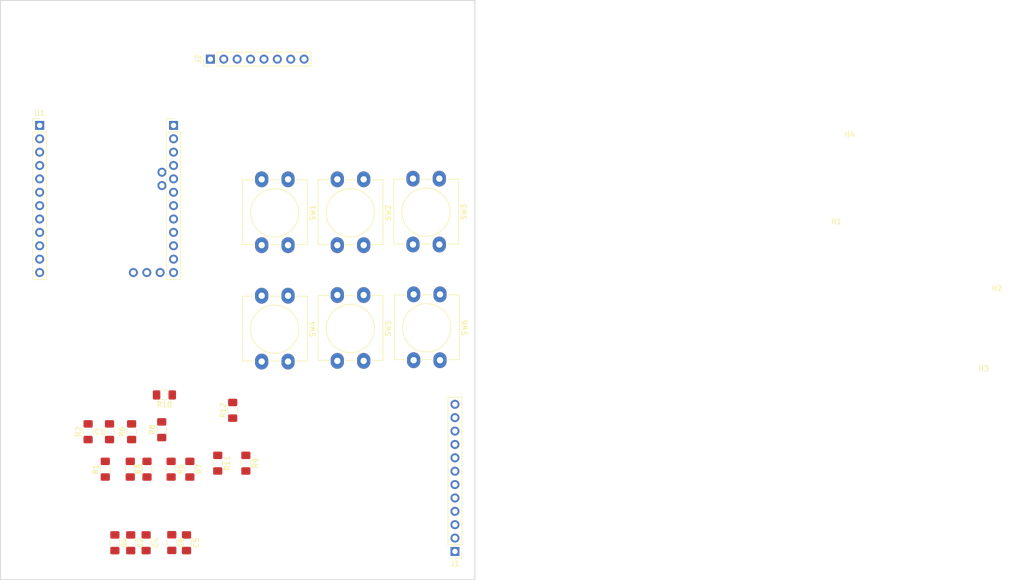
<source format=kicad_pcb>
(kicad_pcb (version 20171130) (host pcbnew "(5.0.1)-3")

  (general
    (thickness 1.6)
    (drawings 4)
    (tracks 0)
    (zones 0)
    (modules 31)
    (nets 44)
  )

  (page A4)
  (layers
    (0 F.Cu signal)
    (31 B.Cu signal)
    (32 B.Adhes user)
    (33 F.Adhes user)
    (34 B.Paste user)
    (35 F.Paste user)
    (36 B.SilkS user)
    (37 F.SilkS user)
    (38 B.Mask user)
    (39 F.Mask user)
    (40 Dwgs.User user)
    (41 Cmts.User user)
    (42 Eco1.User user)
    (43 Eco2.User user)
    (44 Edge.Cuts user)
    (45 Margin user)
    (46 B.CrtYd user)
    (47 F.CrtYd user)
    (48 B.Fab user)
    (49 F.Fab user)
  )

  (setup
    (last_trace_width 0.25)
    (user_trace_width 0.254)
    (user_trace_width 0.508)
    (user_trace_width 0.762)
    (trace_clearance 0.2)
    (zone_clearance 0.508)
    (zone_45_only no)
    (trace_min 0.2)
    (segment_width 0.2)
    (edge_width 0.15)
    (via_size 0.8)
    (via_drill 0.4)
    (via_min_size 0.4)
    (via_min_drill 0.3)
    (uvia_size 0.3)
    (uvia_drill 0.1)
    (uvias_allowed no)
    (uvia_min_size 0.2)
    (uvia_min_drill 0.1)
    (pcb_text_width 0.3)
    (pcb_text_size 1.5 1.5)
    (mod_edge_width 0.15)
    (mod_text_size 1 1)
    (mod_text_width 0.15)
    (pad_size 2 2)
    (pad_drill 1)
    (pad_to_mask_clearance 0.051)
    (solder_mask_min_width 0.25)
    (aux_axis_origin 0 0)
    (grid_origin 90 26)
    (visible_elements 7FFFFFFF)
    (pcbplotparams
      (layerselection 0x010fc_ffffffff)
      (usegerberextensions false)
      (usegerberattributes false)
      (usegerberadvancedattributes false)
      (creategerberjobfile false)
      (excludeedgelayer true)
      (linewidth 0.100000)
      (plotframeref false)
      (viasonmask false)
      (mode 1)
      (useauxorigin false)
      (hpglpennumber 1)
      (hpglpenspeed 20)
      (hpglpendiameter 15.000000)
      (psnegative false)
      (psa4output false)
      (plotreference true)
      (plotvalue true)
      (plotinvisibletext false)
      (padsonsilk false)
      (subtractmaskfromsilk false)
      (outputformat 1)
      (mirror false)
      (drillshape 1)
      (scaleselection 1)
      (outputdirectory ""))
  )

  (net 0 "")
  (net 1 GND)
  (net 2 "Net-(C2-Pad1)")
  (net 3 +3V3)
  (net 4 +5V)
  (net 5 ESP32_RX)
  (net 6 ESP32_TX)
  (net 7 SW5_ESP)
  (net 8 SW4_ESP)
  (net 9 SW3_ESP)
  (net 10 SW1_Arduino_D13)
  (net 11 SW6_ESP)
  (net 12 "Net-(J1-Pad9)")
  (net 13 "Net-(J1-Pad10)")
  (net 14 "Net-(J1-Pad11)")
  (net 15 "Net-(J1-Pad12)")
  (net 16 SW2_Arduino_D12)
  (net 17 "Net-(R6-Pad2)")
  (net 18 "Net-(R10-Pad2)")
  (net 19 "Net-(R8-Pad2)")
  (net 20 "Net-(R12-Pad2)")
  (net 21 "Net-(R2-Pad2)")
  (net 22 "Net-(U1-Pad3)")
  (net 23 "Net-(U1-Pad4)")
  (net 24 "Net-(U1-Pad7)")
  (net 25 "Net-(U1-Pad8)")
  (net 26 "Net-(U1-Pad9)")
  (net 27 "Net-(U1-Pad10)")
  (net 28 "Net-(U1-Pad11)")
  (net 29 "Net-(U1-Pad12)")
  (net 30 "Net-(U1-Pad17)")
  (net 31 "Net-(U1-Pad22)")
  (net 32 "Net-(U1-Pad19)")
  (net 33 "Net-(U1-Pad18)")
  (net 34 MISO)
  (net 35 "Net-(U1-Pad20)")
  (net 36 MOSI)
  (net 37 CS)
  (net 38 SCK)
  (net 39 "Net-(U1-Pad27)")
  (net 40 "Net-(U1-Pad28)")
  (net 41 "Net-(U1-Pad29)")
  (net 42 SDA)
  (net 43 SCL)

  (net_class Default "This is the default net class."
    (clearance 0.2)
    (trace_width 0.25)
    (via_dia 0.8)
    (via_drill 0.4)
    (uvia_dia 0.3)
    (uvia_drill 0.1)
    (add_net +3V3)
    (add_net +5V)
    (add_net CS)
    (add_net ESP32_RX)
    (add_net ESP32_TX)
    (add_net GND)
    (add_net MISO)
    (add_net MOSI)
    (add_net "Net-(C2-Pad1)")
    (add_net "Net-(J1-Pad10)")
    (add_net "Net-(J1-Pad11)")
    (add_net "Net-(J1-Pad12)")
    (add_net "Net-(J1-Pad9)")
    (add_net "Net-(R10-Pad2)")
    (add_net "Net-(R12-Pad2)")
    (add_net "Net-(R2-Pad2)")
    (add_net "Net-(R6-Pad2)")
    (add_net "Net-(R8-Pad2)")
    (add_net "Net-(U1-Pad10)")
    (add_net "Net-(U1-Pad11)")
    (add_net "Net-(U1-Pad12)")
    (add_net "Net-(U1-Pad17)")
    (add_net "Net-(U1-Pad18)")
    (add_net "Net-(U1-Pad19)")
    (add_net "Net-(U1-Pad20)")
    (add_net "Net-(U1-Pad22)")
    (add_net "Net-(U1-Pad27)")
    (add_net "Net-(U1-Pad28)")
    (add_net "Net-(U1-Pad29)")
    (add_net "Net-(U1-Pad3)")
    (add_net "Net-(U1-Pad4)")
    (add_net "Net-(U1-Pad7)")
    (add_net "Net-(U1-Pad8)")
    (add_net "Net-(U1-Pad9)")
    (add_net SCK)
    (add_net SCL)
    (add_net SDA)
    (add_net SW1_Arduino_D13)
    (add_net SW2_Arduino_D12)
    (add_net SW3_ESP)
    (add_net SW4_ESP)
    (add_net SW5_ESP)
    (add_net SW6_ESP)
  )

  (module arduinopromini:arduinopromini (layer F.Cu) (tedit 5C8F50E5) (tstamp 5C919161)
    (at 7.45 24.73)
    (descr "Through hole straight pin header, 1x12, 2.54mm pitch, single row")
    (tags "Through hole pin header THT 1x12 2.54mm single row")
    (path /5C9155A1)
    (fp_text reference U1 (at 0 -2.33) (layer F.SilkS)
      (effects (font (size 1 1) (thickness 0.15)))
    )
    (fp_text value arduinopromini (at 0 30.27) (layer F.Fab)
      (effects (font (size 1 1) (thickness 0.15)))
    )
    (fp_line (start -0.635 -1.27) (end 1.27 -1.27) (layer F.Fab) (width 0.1))
    (fp_line (start 1.27 -1.27) (end 1.27 29.21) (layer F.Fab) (width 0.1))
    (fp_line (start 1.27 29.21) (end -1.27 29.21) (layer F.Fab) (width 0.1))
    (fp_line (start -1.27 29.21) (end -1.27 -0.635) (layer F.Fab) (width 0.1))
    (fp_line (start -1.27 -0.635) (end -0.635 -1.27) (layer F.Fab) (width 0.1))
    (fp_line (start -1.33 29.27) (end 1.33 29.27) (layer F.SilkS) (width 0.12))
    (fp_line (start -1.33 1.27) (end -1.33 29.27) (layer F.SilkS) (width 0.12))
    (fp_line (start 1.33 1.27) (end 1.33 29.27) (layer F.SilkS) (width 0.12))
    (fp_line (start -1.33 1.27) (end 1.33 1.27) (layer F.SilkS) (width 0.12))
    (fp_line (start -1.33 0) (end -1.33 -1.33) (layer F.SilkS) (width 0.12))
    (fp_line (start -1.33 -1.33) (end 0 -1.33) (layer F.SilkS) (width 0.12))
    (fp_line (start -1.8 -1.8) (end -1.8 29.75) (layer F.CrtYd) (width 0.05))
    (fp_line (start -1.8 29.75) (end 1.8 29.75) (layer F.CrtYd) (width 0.05))
    (fp_line (start 1.8 29.75) (end 1.8 -1.8) (layer F.CrtYd) (width 0.05))
    (fp_line (start 1.8 -1.8) (end -1.8 -1.8) (layer F.CrtYd) (width 0.05))
    (fp_text user %R (at 0 13.97 90) (layer F.Fab)
      (effects (font (size 1 1) (thickness 0.15)))
    )
    (fp_text user %R (at 25.4 13.97 90) (layer F.Fab)
      (effects (font (size 1 1) (thickness 0.15)))
    )
    (fp_line (start 26.67 29.21) (end 24.13 29.21) (layer F.Fab) (width 0.1))
    (fp_line (start 24.765 -1.27) (end 26.67 -1.27) (layer F.Fab) (width 0.1))
    (fp_line (start 24.07 1.27) (end 24.07 29.27) (layer F.SilkS) (width 0.12))
    (fp_line (start 24.13 29.21) (end 24.13 -0.635) (layer F.Fab) (width 0.1))
    (fp_line (start 24.07 -1.33) (end 25.4 -1.33) (layer F.SilkS) (width 0.12))
    (fp_line (start 26.73 1.27) (end 26.73 29.27) (layer F.SilkS) (width 0.12))
    (fp_line (start 23.6 29.75) (end 27.2 29.75) (layer F.CrtYd) (width 0.05))
    (fp_line (start 26.67 -1.27) (end 26.67 29.21) (layer F.Fab) (width 0.1))
    (fp_line (start 24.07 29.27) (end 26.73 29.27) (layer F.SilkS) (width 0.12))
    (fp_line (start 27.2 29.75) (end 27.2 -1.8) (layer F.CrtYd) (width 0.05))
    (fp_line (start 24.13 -0.635) (end 24.765 -1.27) (layer F.Fab) (width 0.1))
    (fp_line (start 24.07 1.27) (end 26.73 1.27) (layer F.SilkS) (width 0.12))
    (fp_line (start 23.6 -1.8) (end 23.6 29.75) (layer F.CrtYd) (width 0.05))
    (fp_line (start 24.07 0) (end 24.07 -1.33) (layer F.SilkS) (width 0.12))
    (fp_line (start 27.2 -1.8) (end 23.6 -1.8) (layer F.CrtYd) (width 0.05))
    (pad 1 thru_hole rect (at 0 0) (size 1.7 1.7) (drill 1) (layers *.Cu *.Mask)
      (net 5 ESP32_RX))
    (pad 2 thru_hole oval (at 0 2.54) (size 1.7 1.7) (drill 1) (layers *.Cu *.Mask)
      (net 6 ESP32_TX))
    (pad 3 thru_hole oval (at 0 5.08) (size 1.7 1.7) (drill 1) (layers *.Cu *.Mask)
      (net 22 "Net-(U1-Pad3)"))
    (pad 4 thru_hole oval (at 0 7.62) (size 1.7 1.7) (drill 1) (layers *.Cu *.Mask)
      (net 23 "Net-(U1-Pad4)"))
    (pad 5 thru_hole oval (at 0 10.16) (size 1.7 1.7) (drill 1) (layers *.Cu *.Mask)
      (net 10 SW1_Arduino_D13))
    (pad 6 thru_hole oval (at 0 12.7) (size 1.7 1.7) (drill 1) (layers *.Cu *.Mask)
      (net 16 SW2_Arduino_D12))
    (pad 7 thru_hole oval (at 0 15.24) (size 1.7 1.7) (drill 1) (layers *.Cu *.Mask)
      (net 24 "Net-(U1-Pad7)"))
    (pad 8 thru_hole oval (at 0 17.78) (size 1.7 1.7) (drill 1) (layers *.Cu *.Mask)
      (net 25 "Net-(U1-Pad8)"))
    (pad 9 thru_hole oval (at 0 20.32) (size 1.7 1.7) (drill 1) (layers *.Cu *.Mask)
      (net 26 "Net-(U1-Pad9)"))
    (pad 10 thru_hole oval (at 0 22.86) (size 1.7 1.7) (drill 1) (layers *.Cu *.Mask)
      (net 27 "Net-(U1-Pad10)"))
    (pad 11 thru_hole oval (at 0 25.4) (size 1.7 1.7) (drill 1) (layers *.Cu *.Mask)
      (net 28 "Net-(U1-Pad11)"))
    (pad 12 thru_hole oval (at 0 27.94) (size 1.7 1.7) (drill 1) (layers *.Cu *.Mask)
      (net 29 "Net-(U1-Pad12)"))
    (pad 21 thru_hole oval (at 25.4 7.62) (size 1.7 1.7) (drill 1) (layers *.Cu *.Mask)
      (net 3 +3V3))
    (pad 17 thru_hole oval (at 25.4 17.78) (size 1.7 1.7) (drill 1) (layers *.Cu *.Mask)
      (net 30 "Net-(U1-Pad17)"))
    (pad 22 thru_hole oval (at 25.4 5.08) (size 1.7 1.7) (drill 1) (layers *.Cu *.Mask)
      (net 31 "Net-(U1-Pad22)"))
    (pad 19 thru_hole oval (at 25.4 12.7) (size 1.7 1.7) (drill 1) (layers *.Cu *.Mask)
      (net 32 "Net-(U1-Pad19)"))
    (pad 18 thru_hole oval (at 25.4 15.24) (size 1.7 1.7) (drill 1) (layers *.Cu *.Mask)
      (net 33 "Net-(U1-Pad18)"))
    (pad 16 thru_hole oval (at 25.4 20.32) (size 1.7 1.7) (drill 1) (layers *.Cu *.Mask)
      (net 34 MISO))
    (pad 20 thru_hole oval (at 25.4 10.16) (size 1.7 1.7) (drill 1) (layers *.Cu *.Mask)
      (net 35 "Net-(U1-Pad20)"))
    (pad 15 thru_hole oval (at 25.4 22.86) (size 1.7 1.7) (drill 1) (layers *.Cu *.Mask)
      (net 36 MOSI))
    (pad 13 thru_hole oval (at 25.4 27.94) (size 1.7 1.7) (drill 1) (layers *.Cu *.Mask)
      (net 37 CS))
    (pad 24 thru_hole rect (at 25.4 0) (size 1.7 1.7) (drill 1) (layers *.Cu *.Mask)
      (net 4 +5V))
    (pad 23 thru_hole oval (at 25.4 2.54) (size 1.7 1.7) (drill 1) (layers *.Cu *.Mask)
      (net 1 GND))
    (pad 14 thru_hole oval (at 25.4 25.4) (size 1.7 1.7) (drill 1) (layers *.Cu *.Mask)
      (net 38 SCK))
    (pad 27 thru_hole circle (at 22.86 27.94) (size 1.7 1.7) (drill 1) (layers *.Cu *.Mask)
      (net 39 "Net-(U1-Pad27)"))
    (pad 28 thru_hole circle (at 20.32 27.94) (size 1.7 1.7) (drill 1) (layers *.Cu *.Mask)
      (net 40 "Net-(U1-Pad28)"))
    (pad 29 thru_hole circle (at 17.78 27.94) (size 1.7 1.7) (drill 1) (layers *.Cu *.Mask)
      (net 41 "Net-(U1-Pad29)"))
    (pad 25 thru_hole circle (at 23.200295 8.89) (size 1.7 1.7) (drill 1) (layers *.Cu *.Mask)
      (net 42 SDA))
    (pad 26 thru_hole circle (at 23.200295 11.43) (size 1.7 1.7) (drill 1) (layers *.Cu *.Mask)
      (net 43 SCL))
    (model ${KISYS3DMOD}/Connector_PinHeader_2.54mm.3dshapes/PinHeader_1x12_P2.54mm_Vertical.wrl
      (at (xyz 0 0 0))
      (scale (xyz 1 1 1))
      (rotate (xyz 0 0 0))
    )
  )

  (module Connector_PinHeader_2.54mm:PinHeader_1x08_P2.54mm_Vertical (layer F.Cu) (tedit 59FED5CC) (tstamp 5C91864C)
    (at 39.835 12.157 90)
    (descr "Through hole straight pin header, 1x08, 2.54mm pitch, single row")
    (tags "Through hole pin header THT 1x08 2.54mm single row")
    (path /5C94096F)
    (fp_text reference J2 (at 0 -2.33 90) (layer F.SilkS)
      (effects (font (size 1 1) (thickness 0.15)))
    )
    (fp_text value Conn_01x08_Male (at 0 20.11 90) (layer F.Fab)
      (effects (font (size 1 1) (thickness 0.15)))
    )
    (fp_line (start -0.635 -1.27) (end 1.27 -1.27) (layer F.Fab) (width 0.1))
    (fp_line (start 1.27 -1.27) (end 1.27 19.05) (layer F.Fab) (width 0.1))
    (fp_line (start 1.27 19.05) (end -1.27 19.05) (layer F.Fab) (width 0.1))
    (fp_line (start -1.27 19.05) (end -1.27 -0.635) (layer F.Fab) (width 0.1))
    (fp_line (start -1.27 -0.635) (end -0.635 -1.27) (layer F.Fab) (width 0.1))
    (fp_line (start -1.33 19.11) (end 1.33 19.11) (layer F.SilkS) (width 0.12))
    (fp_line (start -1.33 1.27) (end -1.33 19.11) (layer F.SilkS) (width 0.12))
    (fp_line (start 1.33 1.27) (end 1.33 19.11) (layer F.SilkS) (width 0.12))
    (fp_line (start -1.33 1.27) (end 1.33 1.27) (layer F.SilkS) (width 0.12))
    (fp_line (start -1.33 0) (end -1.33 -1.33) (layer F.SilkS) (width 0.12))
    (fp_line (start -1.33 -1.33) (end 0 -1.33) (layer F.SilkS) (width 0.12))
    (fp_line (start -1.8 -1.8) (end -1.8 19.55) (layer F.CrtYd) (width 0.05))
    (fp_line (start -1.8 19.55) (end 1.8 19.55) (layer F.CrtYd) (width 0.05))
    (fp_line (start 1.8 19.55) (end 1.8 -1.8) (layer F.CrtYd) (width 0.05))
    (fp_line (start 1.8 -1.8) (end -1.8 -1.8) (layer F.CrtYd) (width 0.05))
    (fp_text user %R (at 0 8.89 180) (layer F.Fab)
      (effects (font (size 1 1) (thickness 0.15)))
    )
    (pad 1 thru_hole rect (at 0 0 90) (size 1.7 1.7) (drill 1) (layers *.Cu *.Mask)
      (net 34 MISO))
    (pad 2 thru_hole oval (at 0 2.54 90) (size 1.7 1.7) (drill 1) (layers *.Cu *.Mask)
      (net 36 MOSI))
    (pad 3 thru_hole oval (at 0 5.08 90) (size 1.7 1.7) (drill 1) (layers *.Cu *.Mask)
      (net 38 SCK))
    (pad 4 thru_hole oval (at 0 7.62 90) (size 1.7 1.7) (drill 1) (layers *.Cu *.Mask)
      (net 37 CS))
    (pad 5 thru_hole oval (at 0 10.16 90) (size 1.7 1.7) (drill 1) (layers *.Cu *.Mask)
      (net 43 SCL))
    (pad 6 thru_hole oval (at 0 12.7 90) (size 1.7 1.7) (drill 1) (layers *.Cu *.Mask)
      (net 42 SDA))
    (pad 7 thru_hole oval (at 0 15.24 90) (size 1.7 1.7) (drill 1) (layers *.Cu *.Mask)
      (net 1 GND))
    (pad 8 thru_hole oval (at 0 17.78 90) (size 1.7 1.7) (drill 1) (layers *.Cu *.Mask)
      (net 3 +3V3))
    (model ${KISYS3DMOD}/Connector_PinHeader_2.54mm.3dshapes/PinHeader_1x08_P2.54mm_Vertical.wrl
      (at (xyz 0 0 0))
      (scale (xyz 1 1 1))
      (rotate (xyz 0 0 0))
    )
  )

  (module Button_Switch_THT:SW_PUSH-12mm_Wuerth-430476085716 (layer F.Cu) (tedit 5A02FE31) (tstamp 5C8CB42C)
    (at 83.396 56.818 270)
    (descr "SW PUSH 12mm http://katalog.we-online.de/em/datasheet/430476085716.pdf")
    (tags "tact sw push 12mm")
    (path /5C6BF9E0)
    (fp_text reference SW6 (at 6.35 -4.66 270) (layer F.SilkS)
      (effects (font (size 1 1) (thickness 0.15)))
    )
    (fp_text value SW_Push (at 6.35 9.93 270) (layer F.Fab)
      (effects (font (size 1 1) (thickness 0.15)))
    )
    (fp_text user %R (at 6.35 2.54 270) (layer F.Fab)
      (effects (font (size 1 1) (thickness 0.15)))
    )
    (fp_line (start 14.25 -3.75) (end -1.75 -3.75) (layer F.CrtYd) (width 0.05))
    (fp_line (start 14.25 8.75) (end 14.25 -3.75) (layer F.CrtYd) (width 0.05))
    (fp_line (start -1.75 8.75) (end 14.25 8.75) (layer F.CrtYd) (width 0.05))
    (fp_line (start -1.75 -3.75) (end -1.75 8.75) (layer F.CrtYd) (width 0.05))
    (fp_line (start 0.1 3.47) (end 0.1 1.53) (layer F.SilkS) (width 0.12))
    (fp_line (start 0.1 8.65) (end 0.1 6.53) (layer F.SilkS) (width 0.12))
    (fp_line (start 12.4 8.65) (end 0.1 8.65) (layer F.SilkS) (width 0.12))
    (fp_line (start 12.4 6.53) (end 12.4 8.65) (layer F.SilkS) (width 0.12))
    (fp_line (start 12.4 1.53) (end 12.4 3.47) (layer F.SilkS) (width 0.12))
    (fp_line (start 12.4 -3.65) (end 12.4 -1.53) (layer F.SilkS) (width 0.12))
    (fp_line (start 0.1 -3.65) (end 12.4 -3.65) (layer F.SilkS) (width 0.12))
    (fp_line (start 0.1 -1.53) (end 0.1 -3.65) (layer F.SilkS) (width 0.12))
    (fp_line (start 12.25 -3.5) (end 0.25 -3.5) (layer F.Fab) (width 0.1))
    (fp_line (start 12.25 8.5) (end 12.25 -3.5) (layer F.Fab) (width 0.1))
    (fp_line (start 0.25 8.5) (end 12.25 8.5) (layer F.Fab) (width 0.1))
    (fp_line (start 0.25 -3.5) (end 0.25 8.5) (layer F.Fab) (width 0.1))
    (fp_circle (center 6.35 2.54) (end 10.92905 2.54) (layer F.SilkS) (width 0.12))
    (pad 2 thru_hole oval (at 0 5 270) (size 3 2.5) (drill 1.2) (layers *.Cu *.Mask)
      (net 20 "Net-(R12-Pad2)"))
    (pad 1 thru_hole oval (at 0 0 270) (size 3 2.5) (drill 1.2) (layers *.Cu *.Mask)
      (net 1 GND))
    (pad 2 thru_hole oval (at 12.5 5 270) (size 3 2.5) (drill 1.2) (layers *.Cu *.Mask)
      (net 20 "Net-(R12-Pad2)"))
    (pad 1 thru_hole oval (at 12.5 0 270) (size 3 2.5) (drill 1.2) (layers *.Cu *.Mask)
      (net 1 GND))
    (model ${KISYS3DMOD}/Button_Switch_THT.3dshapes/SW_PUSH-12mm_Wuerth-430476085716.wrl
      (at (xyz 0 0 0))
      (scale (xyz 1 1 1))
      (rotate (xyz 0 0 0))
    )
  )

  (module Button_Switch_THT:SW_PUSH-12mm_Wuerth-430476085716 (layer F.Cu) (tedit 5A02FE31) (tstamp 5C8CB413)
    (at 68.918 56.945 270)
    (descr "SW PUSH 12mm http://katalog.we-online.de/em/datasheet/430476085716.pdf")
    (tags "tact sw push 12mm")
    (path /5C6BF7D9)
    (fp_text reference SW5 (at 6.35 -4.66 270) (layer F.SilkS)
      (effects (font (size 1 1) (thickness 0.15)))
    )
    (fp_text value SW_Push (at 6.35 9.93 270) (layer F.Fab)
      (effects (font (size 1 1) (thickness 0.15)))
    )
    (fp_circle (center 6.35 2.54) (end 10.92905 2.54) (layer F.SilkS) (width 0.12))
    (fp_line (start 0.25 -3.5) (end 0.25 8.5) (layer F.Fab) (width 0.1))
    (fp_line (start 0.25 8.5) (end 12.25 8.5) (layer F.Fab) (width 0.1))
    (fp_line (start 12.25 8.5) (end 12.25 -3.5) (layer F.Fab) (width 0.1))
    (fp_line (start 12.25 -3.5) (end 0.25 -3.5) (layer F.Fab) (width 0.1))
    (fp_line (start 0.1 -1.53) (end 0.1 -3.65) (layer F.SilkS) (width 0.12))
    (fp_line (start 0.1 -3.65) (end 12.4 -3.65) (layer F.SilkS) (width 0.12))
    (fp_line (start 12.4 -3.65) (end 12.4 -1.53) (layer F.SilkS) (width 0.12))
    (fp_line (start 12.4 1.53) (end 12.4 3.47) (layer F.SilkS) (width 0.12))
    (fp_line (start 12.4 6.53) (end 12.4 8.65) (layer F.SilkS) (width 0.12))
    (fp_line (start 12.4 8.65) (end 0.1 8.65) (layer F.SilkS) (width 0.12))
    (fp_line (start 0.1 8.65) (end 0.1 6.53) (layer F.SilkS) (width 0.12))
    (fp_line (start 0.1 3.47) (end 0.1 1.53) (layer F.SilkS) (width 0.12))
    (fp_line (start -1.75 -3.75) (end -1.75 8.75) (layer F.CrtYd) (width 0.05))
    (fp_line (start -1.75 8.75) (end 14.25 8.75) (layer F.CrtYd) (width 0.05))
    (fp_line (start 14.25 8.75) (end 14.25 -3.75) (layer F.CrtYd) (width 0.05))
    (fp_line (start 14.25 -3.75) (end -1.75 -3.75) (layer F.CrtYd) (width 0.05))
    (fp_text user %R (at 6.35 2.54 270) (layer F.Fab)
      (effects (font (size 1 1) (thickness 0.15)))
    )
    (pad 1 thru_hole oval (at 12.5 0 270) (size 3 2.5) (drill 1.2) (layers *.Cu *.Mask)
      (net 1 GND))
    (pad 2 thru_hole oval (at 12.5 5 270) (size 3 2.5) (drill 1.2) (layers *.Cu *.Mask)
      (net 18 "Net-(R10-Pad2)"))
    (pad 1 thru_hole oval (at 0 0 270) (size 3 2.5) (drill 1.2) (layers *.Cu *.Mask)
      (net 1 GND))
    (pad 2 thru_hole oval (at 0 5 270) (size 3 2.5) (drill 1.2) (layers *.Cu *.Mask)
      (net 18 "Net-(R10-Pad2)"))
    (model ${KISYS3DMOD}/Button_Switch_THT.3dshapes/SW_PUSH-12mm_Wuerth-430476085716.wrl
      (at (xyz 0 0 0))
      (scale (xyz 1 1 1))
      (rotate (xyz 0 0 0))
    )
  )

  (module Button_Switch_THT:SW_PUSH-12mm_Wuerth-430476085716 (layer F.Cu) (tedit 5A02FE31) (tstamp 5C8CB3FA)
    (at 54.567 57.072 270)
    (descr "SW PUSH 12mm http://katalog.we-online.de/em/datasheet/430476085716.pdf")
    (tags "tact sw push 12mm")
    (path /5C6BF907)
    (fp_text reference SW4 (at 6.35 -4.66 270) (layer F.SilkS)
      (effects (font (size 1 1) (thickness 0.15)))
    )
    (fp_text value SW_Push (at 6.35 9.93 270) (layer F.Fab)
      (effects (font (size 1 1) (thickness 0.15)))
    )
    (fp_text user %R (at 6.35 2.54 270) (layer F.Fab)
      (effects (font (size 1 1) (thickness 0.15)))
    )
    (fp_line (start 14.25 -3.75) (end -1.75 -3.75) (layer F.CrtYd) (width 0.05))
    (fp_line (start 14.25 8.75) (end 14.25 -3.75) (layer F.CrtYd) (width 0.05))
    (fp_line (start -1.75 8.75) (end 14.25 8.75) (layer F.CrtYd) (width 0.05))
    (fp_line (start -1.75 -3.75) (end -1.75 8.75) (layer F.CrtYd) (width 0.05))
    (fp_line (start 0.1 3.47) (end 0.1 1.53) (layer F.SilkS) (width 0.12))
    (fp_line (start 0.1 8.65) (end 0.1 6.53) (layer F.SilkS) (width 0.12))
    (fp_line (start 12.4 8.65) (end 0.1 8.65) (layer F.SilkS) (width 0.12))
    (fp_line (start 12.4 6.53) (end 12.4 8.65) (layer F.SilkS) (width 0.12))
    (fp_line (start 12.4 1.53) (end 12.4 3.47) (layer F.SilkS) (width 0.12))
    (fp_line (start 12.4 -3.65) (end 12.4 -1.53) (layer F.SilkS) (width 0.12))
    (fp_line (start 0.1 -3.65) (end 12.4 -3.65) (layer F.SilkS) (width 0.12))
    (fp_line (start 0.1 -1.53) (end 0.1 -3.65) (layer F.SilkS) (width 0.12))
    (fp_line (start 12.25 -3.5) (end 0.25 -3.5) (layer F.Fab) (width 0.1))
    (fp_line (start 12.25 8.5) (end 12.25 -3.5) (layer F.Fab) (width 0.1))
    (fp_line (start 0.25 8.5) (end 12.25 8.5) (layer F.Fab) (width 0.1))
    (fp_line (start 0.25 -3.5) (end 0.25 8.5) (layer F.Fab) (width 0.1))
    (fp_circle (center 6.35 2.54) (end 10.92905 2.54) (layer F.SilkS) (width 0.12))
    (pad 2 thru_hole oval (at 0 5 270) (size 3 2.5) (drill 1.2) (layers *.Cu *.Mask)
      (net 19 "Net-(R8-Pad2)"))
    (pad 1 thru_hole oval (at 0 0 270) (size 3 2.5) (drill 1.2) (layers *.Cu *.Mask)
      (net 1 GND))
    (pad 2 thru_hole oval (at 12.5 5 270) (size 3 2.5) (drill 1.2) (layers *.Cu *.Mask)
      (net 19 "Net-(R8-Pad2)"))
    (pad 1 thru_hole oval (at 12.5 0 270) (size 3 2.5) (drill 1.2) (layers *.Cu *.Mask)
      (net 1 GND))
    (model ${KISYS3DMOD}/Button_Switch_THT.3dshapes/SW_PUSH-12mm_Wuerth-430476085716.wrl
      (at (xyz 0 0 0))
      (scale (xyz 1 1 1))
      (rotate (xyz 0 0 0))
    )
  )

  (module Button_Switch_THT:SW_PUSH-12mm_Wuerth-430476085716 (layer F.Cu) (tedit 5A02FE31) (tstamp 5C8CB3E1)
    (at 83.269 34.847 270)
    (descr "SW PUSH 12mm http://katalog.we-online.de/em/datasheet/430476085716.pdf")
    (tags "tact sw push 12mm")
    (path /5C6BF8AF)
    (fp_text reference SW3 (at 6.35 -4.66 270) (layer F.SilkS)
      (effects (font (size 1 1) (thickness 0.15)))
    )
    (fp_text value SW_Push (at 6.35 9.93 270) (layer F.Fab)
      (effects (font (size 1 1) (thickness 0.15)))
    )
    (fp_circle (center 6.35 2.54) (end 10.92905 2.54) (layer F.SilkS) (width 0.12))
    (fp_line (start 0.25 -3.5) (end 0.25 8.5) (layer F.Fab) (width 0.1))
    (fp_line (start 0.25 8.5) (end 12.25 8.5) (layer F.Fab) (width 0.1))
    (fp_line (start 12.25 8.5) (end 12.25 -3.5) (layer F.Fab) (width 0.1))
    (fp_line (start 12.25 -3.5) (end 0.25 -3.5) (layer F.Fab) (width 0.1))
    (fp_line (start 0.1 -1.53) (end 0.1 -3.65) (layer F.SilkS) (width 0.12))
    (fp_line (start 0.1 -3.65) (end 12.4 -3.65) (layer F.SilkS) (width 0.12))
    (fp_line (start 12.4 -3.65) (end 12.4 -1.53) (layer F.SilkS) (width 0.12))
    (fp_line (start 12.4 1.53) (end 12.4 3.47) (layer F.SilkS) (width 0.12))
    (fp_line (start 12.4 6.53) (end 12.4 8.65) (layer F.SilkS) (width 0.12))
    (fp_line (start 12.4 8.65) (end 0.1 8.65) (layer F.SilkS) (width 0.12))
    (fp_line (start 0.1 8.65) (end 0.1 6.53) (layer F.SilkS) (width 0.12))
    (fp_line (start 0.1 3.47) (end 0.1 1.53) (layer F.SilkS) (width 0.12))
    (fp_line (start -1.75 -3.75) (end -1.75 8.75) (layer F.CrtYd) (width 0.05))
    (fp_line (start -1.75 8.75) (end 14.25 8.75) (layer F.CrtYd) (width 0.05))
    (fp_line (start 14.25 8.75) (end 14.25 -3.75) (layer F.CrtYd) (width 0.05))
    (fp_line (start 14.25 -3.75) (end -1.75 -3.75) (layer F.CrtYd) (width 0.05))
    (fp_text user %R (at 6.35 2.54 270) (layer F.Fab)
      (effects (font (size 1 1) (thickness 0.15)))
    )
    (pad 1 thru_hole oval (at 12.5 0 270) (size 3 2.5) (drill 1.2) (layers *.Cu *.Mask)
      (net 1 GND))
    (pad 2 thru_hole oval (at 12.5 5 270) (size 3 2.5) (drill 1.2) (layers *.Cu *.Mask)
      (net 17 "Net-(R6-Pad2)"))
    (pad 1 thru_hole oval (at 0 0 270) (size 3 2.5) (drill 1.2) (layers *.Cu *.Mask)
      (net 1 GND))
    (pad 2 thru_hole oval (at 0 5 270) (size 3 2.5) (drill 1.2) (layers *.Cu *.Mask)
      (net 17 "Net-(R6-Pad2)"))
    (model ${KISYS3DMOD}/Button_Switch_THT.3dshapes/SW_PUSH-12mm_Wuerth-430476085716.wrl
      (at (xyz 0 0 0))
      (scale (xyz 1 1 1))
      (rotate (xyz 0 0 0))
    )
  )

  (module Button_Switch_THT:SW_PUSH-12mm_Wuerth-430476085716 (layer F.Cu) (tedit 5A02FE31) (tstamp 5C8CB3C8)
    (at 68.918 34.974 270)
    (descr "SW PUSH 12mm http://katalog.we-online.de/em/datasheet/430476085716.pdf")
    (tags "tact sw push 12mm")
    (path /5C6BF83B)
    (fp_text reference SW2 (at 6.35 -4.66 270) (layer F.SilkS)
      (effects (font (size 1 1) (thickness 0.15)))
    )
    (fp_text value SW_Push (at 6.35 9.93 270) (layer F.Fab)
      (effects (font (size 1 1) (thickness 0.15)))
    )
    (fp_text user %R (at 6.35 2.54 270) (layer F.Fab)
      (effects (font (size 1 1) (thickness 0.15)))
    )
    (fp_line (start 14.25 -3.75) (end -1.75 -3.75) (layer F.CrtYd) (width 0.05))
    (fp_line (start 14.25 8.75) (end 14.25 -3.75) (layer F.CrtYd) (width 0.05))
    (fp_line (start -1.75 8.75) (end 14.25 8.75) (layer F.CrtYd) (width 0.05))
    (fp_line (start -1.75 -3.75) (end -1.75 8.75) (layer F.CrtYd) (width 0.05))
    (fp_line (start 0.1 3.47) (end 0.1 1.53) (layer F.SilkS) (width 0.12))
    (fp_line (start 0.1 8.65) (end 0.1 6.53) (layer F.SilkS) (width 0.12))
    (fp_line (start 12.4 8.65) (end 0.1 8.65) (layer F.SilkS) (width 0.12))
    (fp_line (start 12.4 6.53) (end 12.4 8.65) (layer F.SilkS) (width 0.12))
    (fp_line (start 12.4 1.53) (end 12.4 3.47) (layer F.SilkS) (width 0.12))
    (fp_line (start 12.4 -3.65) (end 12.4 -1.53) (layer F.SilkS) (width 0.12))
    (fp_line (start 0.1 -3.65) (end 12.4 -3.65) (layer F.SilkS) (width 0.12))
    (fp_line (start 0.1 -1.53) (end 0.1 -3.65) (layer F.SilkS) (width 0.12))
    (fp_line (start 12.25 -3.5) (end 0.25 -3.5) (layer F.Fab) (width 0.1))
    (fp_line (start 12.25 8.5) (end 12.25 -3.5) (layer F.Fab) (width 0.1))
    (fp_line (start 0.25 8.5) (end 12.25 8.5) (layer F.Fab) (width 0.1))
    (fp_line (start 0.25 -3.5) (end 0.25 8.5) (layer F.Fab) (width 0.1))
    (fp_circle (center 6.35 2.54) (end 10.92905 2.54) (layer F.SilkS) (width 0.12))
    (pad 2 thru_hole oval (at 0 5 270) (size 3 2.5) (drill 1.2) (layers *.Cu *.Mask)
      (net 16 SW2_Arduino_D12))
    (pad 1 thru_hole oval (at 0 0 270) (size 3 2.5) (drill 1.2) (layers *.Cu *.Mask)
      (net 1 GND))
    (pad 2 thru_hole oval (at 12.5 5 270) (size 3 2.5) (drill 1.2) (layers *.Cu *.Mask)
      (net 16 SW2_Arduino_D12))
    (pad 1 thru_hole oval (at 12.5 0 270) (size 3 2.5) (drill 1.2) (layers *.Cu *.Mask)
      (net 1 GND))
    (model ${KISYS3DMOD}/Button_Switch_THT.3dshapes/SW_PUSH-12mm_Wuerth-430476085716.wrl
      (at (xyz 0 0 0))
      (scale (xyz 1 1 1))
      (rotate (xyz 0 0 0))
    )
  )

  (module Button_Switch_THT:SW_PUSH-12mm_Wuerth-430476085716 (layer F.Cu) (tedit 5A02FE31) (tstamp 5C8CB3AF)
    (at 54.567 34.974 270)
    (descr "SW PUSH 12mm http://katalog.we-online.de/em/datasheet/430476085716.pdf")
    (tags "tact sw push 12mm")
    (path /5C6BF755)
    (fp_text reference SW1 (at 6.35 -4.66 270) (layer F.SilkS)
      (effects (font (size 1 1) (thickness 0.15)))
    )
    (fp_text value SW_Push (at 6.35 9.93 270) (layer F.Fab)
      (effects (font (size 1 1) (thickness 0.15)))
    )
    (fp_circle (center 6.35 2.54) (end 10.92905 2.54) (layer F.SilkS) (width 0.12))
    (fp_line (start 0.25 -3.5) (end 0.25 8.5) (layer F.Fab) (width 0.1))
    (fp_line (start 0.25 8.5) (end 12.25 8.5) (layer F.Fab) (width 0.1))
    (fp_line (start 12.25 8.5) (end 12.25 -3.5) (layer F.Fab) (width 0.1))
    (fp_line (start 12.25 -3.5) (end 0.25 -3.5) (layer F.Fab) (width 0.1))
    (fp_line (start 0.1 -1.53) (end 0.1 -3.65) (layer F.SilkS) (width 0.12))
    (fp_line (start 0.1 -3.65) (end 12.4 -3.65) (layer F.SilkS) (width 0.12))
    (fp_line (start 12.4 -3.65) (end 12.4 -1.53) (layer F.SilkS) (width 0.12))
    (fp_line (start 12.4 1.53) (end 12.4 3.47) (layer F.SilkS) (width 0.12))
    (fp_line (start 12.4 6.53) (end 12.4 8.65) (layer F.SilkS) (width 0.12))
    (fp_line (start 12.4 8.65) (end 0.1 8.65) (layer F.SilkS) (width 0.12))
    (fp_line (start 0.1 8.65) (end 0.1 6.53) (layer F.SilkS) (width 0.12))
    (fp_line (start 0.1 3.47) (end 0.1 1.53) (layer F.SilkS) (width 0.12))
    (fp_line (start -1.75 -3.75) (end -1.75 8.75) (layer F.CrtYd) (width 0.05))
    (fp_line (start -1.75 8.75) (end 14.25 8.75) (layer F.CrtYd) (width 0.05))
    (fp_line (start 14.25 8.75) (end 14.25 -3.75) (layer F.CrtYd) (width 0.05))
    (fp_line (start 14.25 -3.75) (end -1.75 -3.75) (layer F.CrtYd) (width 0.05))
    (fp_text user %R (at 6.35 2.54 270) (layer F.Fab)
      (effects (font (size 1 1) (thickness 0.15)))
    )
    (pad 1 thru_hole oval (at 12.5 0 270) (size 3 2.5) (drill 1.2) (layers *.Cu *.Mask)
      (net 1 GND))
    (pad 2 thru_hole oval (at 12.5 5 270) (size 3 2.5) (drill 1.2) (layers *.Cu *.Mask)
      (net 21 "Net-(R2-Pad2)"))
    (pad 1 thru_hole oval (at 0 0 270) (size 3 2.5) (drill 1.2) (layers *.Cu *.Mask)
      (net 1 GND))
    (pad 2 thru_hole oval (at 0 5 270) (size 3 2.5) (drill 1.2) (layers *.Cu *.Mask)
      (net 21 "Net-(R2-Pad2)"))
    (model ${KISYS3DMOD}/Button_Switch_THT.3dshapes/SW_PUSH-12mm_Wuerth-430476085716.wrl
      (at (xyz 0 0 0))
      (scale (xyz 1 1 1))
      (rotate (xyz 0 0 0))
    )
  )

  (module Connector_PinHeader_2.54mm:PinHeader_1x12_P2.54mm_Vertical (layer F.Cu) (tedit 59FED5CC) (tstamp 5C8CC4CE)
    (at 86.233 105.629 180)
    (descr "Through hole straight pin header, 1x12, 2.54mm pitch, single row")
    (tags "Through hole pin header THT 1x12 2.54mm single row")
    (path /5C9279D6)
    (fp_text reference J1 (at 0 -2.33 180) (layer F.SilkS)
      (effects (font (size 1 1) (thickness 0.15)))
    )
    (fp_text value Conn_01x12_Male (at 0 30.27 180) (layer F.Fab)
      (effects (font (size 1 1) (thickness 0.15)))
    )
    (fp_text user %R (at 0 13.97 270) (layer F.Fab)
      (effects (font (size 1 1) (thickness 0.15)))
    )
    (fp_line (start 1.8 -1.8) (end -1.8 -1.8) (layer F.CrtYd) (width 0.05))
    (fp_line (start 1.8 29.75) (end 1.8 -1.8) (layer F.CrtYd) (width 0.05))
    (fp_line (start -1.8 29.75) (end 1.8 29.75) (layer F.CrtYd) (width 0.05))
    (fp_line (start -1.8 -1.8) (end -1.8 29.75) (layer F.CrtYd) (width 0.05))
    (fp_line (start -1.33 -1.33) (end 0 -1.33) (layer F.SilkS) (width 0.12))
    (fp_line (start -1.33 0) (end -1.33 -1.33) (layer F.SilkS) (width 0.12))
    (fp_line (start -1.33 1.27) (end 1.33 1.27) (layer F.SilkS) (width 0.12))
    (fp_line (start 1.33 1.27) (end 1.33 29.27) (layer F.SilkS) (width 0.12))
    (fp_line (start -1.33 1.27) (end -1.33 29.27) (layer F.SilkS) (width 0.12))
    (fp_line (start -1.33 29.27) (end 1.33 29.27) (layer F.SilkS) (width 0.12))
    (fp_line (start -1.27 -0.635) (end -0.635 -1.27) (layer F.Fab) (width 0.1))
    (fp_line (start -1.27 29.21) (end -1.27 -0.635) (layer F.Fab) (width 0.1))
    (fp_line (start 1.27 29.21) (end -1.27 29.21) (layer F.Fab) (width 0.1))
    (fp_line (start 1.27 -1.27) (end 1.27 29.21) (layer F.Fab) (width 0.1))
    (fp_line (start -0.635 -1.27) (end 1.27 -1.27) (layer F.Fab) (width 0.1))
    (pad 12 thru_hole oval (at 0 27.94 180) (size 1.7 1.7) (drill 1) (layers *.Cu *.Mask)
      (net 15 "Net-(J1-Pad12)"))
    (pad 11 thru_hole oval (at 0 25.4 180) (size 1.7 1.7) (drill 1) (layers *.Cu *.Mask)
      (net 14 "Net-(J1-Pad11)"))
    (pad 10 thru_hole oval (at 0 22.86 180) (size 1.7 1.7) (drill 1) (layers *.Cu *.Mask)
      (net 13 "Net-(J1-Pad10)"))
    (pad 9 thru_hole oval (at 0 20.32 180) (size 1.7 1.7) (drill 1) (layers *.Cu *.Mask)
      (net 12 "Net-(J1-Pad9)"))
    (pad 8 thru_hole oval (at 0 17.78 180) (size 1.7 1.7) (drill 1) (layers *.Cu *.Mask)
      (net 11 SW6_ESP))
    (pad 7 thru_hole oval (at 0 15.24 180) (size 1.7 1.7) (drill 1) (layers *.Cu *.Mask)
      (net 7 SW5_ESP))
    (pad 6 thru_hole oval (at 0 12.7 180) (size 1.7 1.7) (drill 1) (layers *.Cu *.Mask)
      (net 8 SW4_ESP))
    (pad 5 thru_hole oval (at 0 10.16 180) (size 1.7 1.7) (drill 1) (layers *.Cu *.Mask)
      (net 9 SW3_ESP))
    (pad 4 thru_hole oval (at 0 7.62 180) (size 1.7 1.7) (drill 1) (layers *.Cu *.Mask)
      (net 6 ESP32_TX))
    (pad 3 thru_hole oval (at 0 5.08 180) (size 1.7 1.7) (drill 1) (layers *.Cu *.Mask)
      (net 5 ESP32_RX))
    (pad 2 thru_hole oval (at 0 2.54 180) (size 1.7 1.7) (drill 1) (layers *.Cu *.Mask)
      (net 1 GND))
    (pad 1 thru_hole rect (at 0 0 180) (size 1.7 1.7) (drill 1) (layers *.Cu *.Mask)
      (net 4 +5V))
    (model ${KISYS3DMOD}/Connector_PinHeader_2.54mm.3dshapes/PinHeader_1x12_P2.54mm_Vertical.wrl
      (at (xyz 0 0 0))
      (scale (xyz 1 1 1))
      (rotate (xyz 0 0 0))
    )
  )

  (module MountingHole:MountingHole_2.7mm_M2.5_DIN965 (layer F.Cu) (tedit 56D1B4CB) (tstamp 5C85EB68)
    (at 186.52 74.26)
    (descr "Mounting Hole 2.7mm, no annular, M2.5, DIN965")
    (tags "mounting hole 2.7mm no annular m2.5 din965")
    (path /5C91B04A)
    (attr virtual)
    (fp_text reference H3 (at 0 -3.35) (layer F.SilkS)
      (effects (font (size 1 1) (thickness 0.15)))
    )
    (fp_text value MountingHole (at 0 3.35) (layer F.Fab)
      (effects (font (size 1 1) (thickness 0.15)))
    )
    (fp_circle (center 0 0) (end 2.6 0) (layer F.CrtYd) (width 0.05))
    (fp_circle (center 0 0) (end 2.35 0) (layer Cmts.User) (width 0.15))
    (fp_text user %R (at 0.3 0) (layer F.Fab)
      (effects (font (size 1 1) (thickness 0.15)))
    )
    (pad 1 np_thru_hole circle (at 0 0) (size 2.7 2.7) (drill 2.7) (layers *.Cu *.Mask))
  )

  (module MountingHole:MountingHole_2.7mm_M2.5_DIN965 (layer F.Cu) (tedit 56D1B4CB) (tstamp 5C85EB60)
    (at 158.58 46.32)
    (descr "Mounting Hole 2.7mm, no annular, M2.5, DIN965")
    (tags "mounting hole 2.7mm no annular m2.5 din965")
    (path /5C916F51)
    (attr virtual)
    (fp_text reference H1 (at 0 -3.35) (layer F.SilkS)
      (effects (font (size 1 1) (thickness 0.15)))
    )
    (fp_text value MountingHole (at 0 3.35) (layer F.Fab)
      (effects (font (size 1 1) (thickness 0.15)))
    )
    (fp_circle (center 0 0) (end 2.6 0) (layer F.CrtYd) (width 0.05))
    (fp_circle (center 0 0) (end 2.35 0) (layer Cmts.User) (width 0.15))
    (fp_text user %R (at 0.3 0) (layer F.Fab)
      (effects (font (size 1 1) (thickness 0.15)))
    )
    (pad 1 np_thru_hole circle (at 0 0) (size 2.7 2.7) (drill 2.7) (layers *.Cu *.Mask))
  )

  (module MountingHole:MountingHole_2.7mm_M2.5_DIN965 (layer F.Cu) (tedit 56D1B4CB) (tstamp 5C85EB58)
    (at 189.06 59.02)
    (descr "Mounting Hole 2.7mm, no annular, M2.5, DIN965")
    (tags "mounting hole 2.7mm no annular m2.5 din965")
    (path /5C917059)
    (attr virtual)
    (fp_text reference H2 (at 0 -3.35) (layer F.SilkS)
      (effects (font (size 1 1) (thickness 0.15)))
    )
    (fp_text value MountingHole (at 0 3.35) (layer F.Fab)
      (effects (font (size 1 1) (thickness 0.15)))
    )
    (fp_circle (center 0 0) (end 2.6 0) (layer F.CrtYd) (width 0.05))
    (fp_circle (center 0 0) (end 2.35 0) (layer Cmts.User) (width 0.15))
    (fp_text user %R (at 0.3 0) (layer F.Fab)
      (effects (font (size 1 1) (thickness 0.15)))
    )
    (pad 1 np_thru_hole circle (at 0 0) (size 2.7 2.7) (drill 2.7) (layers *.Cu *.Mask))
  )

  (module MountingHole:MountingHole_2.7mm_M2.5_DIN965 (layer F.Cu) (tedit 56D1B4CB) (tstamp 5C85EB50)
    (at 161.12 29.81)
    (descr "Mounting Hole 2.7mm, no annular, M2.5, DIN965")
    (tags "mounting hole 2.7mm no annular m2.5 din965")
    (path /5C91F042)
    (attr virtual)
    (fp_text reference H4 (at 0 -3.35) (layer F.SilkS)
      (effects (font (size 1 1) (thickness 0.15)))
    )
    (fp_text value MountingHole (at 0 3.35) (layer F.Fab)
      (effects (font (size 1 1) (thickness 0.15)))
    )
    (fp_circle (center 0 0) (end 2.6 0) (layer F.CrtYd) (width 0.05))
    (fp_circle (center 0 0) (end 2.35 0) (layer Cmts.User) (width 0.15))
    (fp_text user %R (at 0.3 0) (layer F.Fab)
      (effects (font (size 1 1) (thickness 0.15)))
    )
    (pad 1 np_thru_hole circle (at 0 0) (size 2.7 2.7) (drill 2.7) (layers *.Cu *.Mask))
  )

  (module Resistor_SMD:R_1206_3216Metric_Pad1.42x1.75mm_HandSolder (layer F.Cu) (tedit 5B301BBD) (tstamp 5CA287E3)
    (at 24.638 90.008 270)
    (descr "Resistor SMD 1206 (3216 Metric), square (rectangular) end terminal, IPC_7351 nominal with elongated pad for handsoldering. (Body size source: http://www.tortai-tech.com/upload/download/2011102023233369053.pdf), generated with kicad-footprint-generator")
    (tags "resistor handsolder")
    (path /5C6BE571)
    (attr smd)
    (fp_text reference R3 (at 0 -1.82 270) (layer F.SilkS)
      (effects (font (size 1 1) (thickness 0.15)))
    )
    (fp_text value 4.7k (at 0 1.82 270) (layer F.Fab)
      (effects (font (size 1 1) (thickness 0.15)))
    )
    (fp_text user %R (at 0 0 270) (layer F.Fab)
      (effects (font (size 0.8 0.8) (thickness 0.12)))
    )
    (fp_line (start 2.45 1.12) (end -2.45 1.12) (layer F.CrtYd) (width 0.05))
    (fp_line (start 2.45 -1.12) (end 2.45 1.12) (layer F.CrtYd) (width 0.05))
    (fp_line (start -2.45 -1.12) (end 2.45 -1.12) (layer F.CrtYd) (width 0.05))
    (fp_line (start -2.45 1.12) (end -2.45 -1.12) (layer F.CrtYd) (width 0.05))
    (fp_line (start -0.602064 0.91) (end 0.602064 0.91) (layer F.SilkS) (width 0.12))
    (fp_line (start -0.602064 -0.91) (end 0.602064 -0.91) (layer F.SilkS) (width 0.12))
    (fp_line (start 1.6 0.8) (end -1.6 0.8) (layer F.Fab) (width 0.1))
    (fp_line (start 1.6 -0.8) (end 1.6 0.8) (layer F.Fab) (width 0.1))
    (fp_line (start -1.6 -0.8) (end 1.6 -0.8) (layer F.Fab) (width 0.1))
    (fp_line (start -1.6 0.8) (end -1.6 -0.8) (layer F.Fab) (width 0.1))
    (pad 2 smd roundrect (at 1.4875 0 270) (size 1.425 1.75) (layers F.Cu F.Paste F.Mask) (roundrect_rratio 0.175439)
      (net 2 "Net-(C2-Pad1)"))
    (pad 1 smd roundrect (at -1.4875 0 270) (size 1.425 1.75) (layers F.Cu F.Paste F.Mask) (roundrect_rratio 0.175439)
      (net 3 +3V3))
    (model ${KISYS3DMOD}/Resistor_SMD.3dshapes/R_1206_3216Metric.wrl
      (at (xyz 0 0 0))
      (scale (xyz 1 1 1))
      (rotate (xyz 0 0 0))
    )
  )

  (module Resistor_SMD:R_1206_3216Metric_Pad1.42x1.75mm_HandSolder (layer F.Cu) (tedit 5B301BBD) (tstamp 5C8CC615)
    (at 32.385 90.008 270)
    (descr "Resistor SMD 1206 (3216 Metric), square (rectangular) end terminal, IPC_7351 nominal with elongated pad for handsoldering. (Body size source: http://www.tortai-tech.com/upload/download/2011102023233369053.pdf), generated with kicad-footprint-generator")
    (tags "resistor handsolder")
    (path /5C6BE65B)
    (attr smd)
    (fp_text reference R5 (at 0 -1.82 270) (layer F.SilkS)
      (effects (font (size 1 1) (thickness 0.15)))
    )
    (fp_text value 4.7k (at 0 1.82 270) (layer F.Fab)
      (effects (font (size 1 1) (thickness 0.15)))
    )
    (fp_text user %R (at 0 0 270) (layer F.Fab)
      (effects (font (size 0.8 0.8) (thickness 0.12)))
    )
    (fp_line (start 2.45 1.12) (end -2.45 1.12) (layer F.CrtYd) (width 0.05))
    (fp_line (start 2.45 -1.12) (end 2.45 1.12) (layer F.CrtYd) (width 0.05))
    (fp_line (start -2.45 -1.12) (end 2.45 -1.12) (layer F.CrtYd) (width 0.05))
    (fp_line (start -2.45 1.12) (end -2.45 -1.12) (layer F.CrtYd) (width 0.05))
    (fp_line (start -0.602064 0.91) (end 0.602064 0.91) (layer F.SilkS) (width 0.12))
    (fp_line (start -0.602064 -0.91) (end 0.602064 -0.91) (layer F.SilkS) (width 0.12))
    (fp_line (start 1.6 0.8) (end -1.6 0.8) (layer F.Fab) (width 0.1))
    (fp_line (start 1.6 -0.8) (end 1.6 0.8) (layer F.Fab) (width 0.1))
    (fp_line (start -1.6 -0.8) (end 1.6 -0.8) (layer F.Fab) (width 0.1))
    (fp_line (start -1.6 0.8) (end -1.6 -0.8) (layer F.Fab) (width 0.1))
    (pad 2 smd roundrect (at 1.4875 0 270) (size 1.425 1.75) (layers F.Cu F.Paste F.Mask) (roundrect_rratio 0.175439)
      (net 9 SW3_ESP))
    (pad 1 smd roundrect (at -1.4875 0 270) (size 1.425 1.75) (layers F.Cu F.Paste F.Mask) (roundrect_rratio 0.175439)
      (net 3 +3V3))
    (model ${KISYS3DMOD}/Resistor_SMD.3dshapes/R_1206_3216Metric.wrl
      (at (xyz 0 0 0))
      (scale (xyz 1 1 1))
      (rotate (xyz 0 0 0))
    )
  )

  (module Capacitor_SMD:C_1206_3216Metric_Pad1.42x1.75mm_HandSolder (layer F.Cu) (tedit 5B301BBE) (tstamp 5C8CCB1D)
    (at 20.701 82.896 90)
    (descr "Capacitor SMD 1206 (3216 Metric), square (rectangular) end terminal, IPC_7351 nominal with elongated pad for handsoldering. (Body size source: http://www.tortai-tech.com/upload/download/2011102023233369053.pdf), generated with kicad-footprint-generator")
    (tags "capacitor handsolder")
    (path /5C6BF317)
    (attr smd)
    (fp_text reference C1 (at 0 -1.82 180) (layer F.SilkS)
      (effects (font (size 1 1) (thickness 0.15)))
    )
    (fp_text value 100nF (at 0 1.82 90) (layer F.Fab)
      (effects (font (size 1 1) (thickness 0.15)))
    )
    (fp_text user %R (at 0 0 90) (layer F.Fab)
      (effects (font (size 0.8 0.8) (thickness 0.12)))
    )
    (fp_line (start 2.45 1.12) (end -2.45 1.12) (layer F.CrtYd) (width 0.05))
    (fp_line (start 2.45 -1.12) (end 2.45 1.12) (layer F.CrtYd) (width 0.05))
    (fp_line (start -2.45 -1.12) (end 2.45 -1.12) (layer F.CrtYd) (width 0.05))
    (fp_line (start -2.45 1.12) (end -2.45 -1.12) (layer F.CrtYd) (width 0.05))
    (fp_line (start -0.602064 0.91) (end 0.602064 0.91) (layer F.SilkS) (width 0.12))
    (fp_line (start -0.602064 -0.91) (end 0.602064 -0.91) (layer F.SilkS) (width 0.12))
    (fp_line (start 1.6 0.8) (end -1.6 0.8) (layer F.Fab) (width 0.1))
    (fp_line (start 1.6 -0.8) (end 1.6 0.8) (layer F.Fab) (width 0.1))
    (fp_line (start -1.6 -0.8) (end 1.6 -0.8) (layer F.Fab) (width 0.1))
    (fp_line (start -1.6 0.8) (end -1.6 -0.8) (layer F.Fab) (width 0.1))
    (pad 2 smd roundrect (at 1.4875 0 90) (size 1.425 1.75) (layers F.Cu F.Paste F.Mask) (roundrect_rratio 0.175439)
      (net 1 GND))
    (pad 1 smd roundrect (at -1.4875 0 90) (size 1.425 1.75) (layers F.Cu F.Paste F.Mask) (roundrect_rratio 0.175439)
      (net 10 SW1_Arduino_D13))
    (model ${KISYS3DMOD}/Capacitor_SMD.3dshapes/C_1206_3216Metric.wrl
      (at (xyz 0 0 0))
      (scale (xyz 1 1 1))
      (rotate (xyz 0 0 0))
    )
  )

  (module Capacitor_SMD:C_1206_3216Metric_Pad1.42x1.75mm_HandSolder (layer F.Cu) (tedit 5B301BBE) (tstamp 5C8CC767)
    (at 27.813 90.008 90)
    (descr "Capacitor SMD 1206 (3216 Metric), square (rectangular) end terminal, IPC_7351 nominal with elongated pad for handsoldering. (Body size source: http://www.tortai-tech.com/upload/download/2011102023233369053.pdf), generated with kicad-footprint-generator")
    (tags "capacitor handsolder")
    (path /5C6BF447)
    (attr smd)
    (fp_text reference C3 (at 0 -1.82 90) (layer F.SilkS)
      (effects (font (size 1 1) (thickness 0.15)))
    )
    (fp_text value 100nF (at 0 1.82 90) (layer F.Fab)
      (effects (font (size 1 1) (thickness 0.15)))
    )
    (fp_text user %R (at 0 0 90) (layer F.Fab)
      (effects (font (size 0.8 0.8) (thickness 0.12)))
    )
    (fp_line (start 2.45 1.12) (end -2.45 1.12) (layer F.CrtYd) (width 0.05))
    (fp_line (start 2.45 -1.12) (end 2.45 1.12) (layer F.CrtYd) (width 0.05))
    (fp_line (start -2.45 -1.12) (end 2.45 -1.12) (layer F.CrtYd) (width 0.05))
    (fp_line (start -2.45 1.12) (end -2.45 -1.12) (layer F.CrtYd) (width 0.05))
    (fp_line (start -0.602064 0.91) (end 0.602064 0.91) (layer F.SilkS) (width 0.12))
    (fp_line (start -0.602064 -0.91) (end 0.602064 -0.91) (layer F.SilkS) (width 0.12))
    (fp_line (start 1.6 0.8) (end -1.6 0.8) (layer F.Fab) (width 0.1))
    (fp_line (start 1.6 -0.8) (end 1.6 0.8) (layer F.Fab) (width 0.1))
    (fp_line (start -1.6 -0.8) (end 1.6 -0.8) (layer F.Fab) (width 0.1))
    (fp_line (start -1.6 0.8) (end -1.6 -0.8) (layer F.Fab) (width 0.1))
    (pad 2 smd roundrect (at 1.4875 0 90) (size 1.425 1.75) (layers F.Cu F.Paste F.Mask) (roundrect_rratio 0.175439)
      (net 1 GND))
    (pad 1 smd roundrect (at -1.4875 0 90) (size 1.425 1.75) (layers F.Cu F.Paste F.Mask) (roundrect_rratio 0.175439)
      (net 9 SW3_ESP))
    (model ${KISYS3DMOD}/Capacitor_SMD.3dshapes/C_1206_3216Metric.wrl
      (at (xyz 0 0 0))
      (scale (xyz 1 1 1))
      (rotate (xyz 0 0 0))
    )
  )

  (module Capacitor_SMD:C_1206_3216Metric_Pad1.42x1.75mm_HandSolder (layer F.Cu) (tedit 5B301BBE) (tstamp 5C8CC757)
    (at 27.643 103.978 270)
    (descr "Capacitor SMD 1206 (3216 Metric), square (rectangular) end terminal, IPC_7351 nominal with elongated pad for handsoldering. (Body size source: http://www.tortai-tech.com/upload/download/2011102023233369053.pdf), generated with kicad-footprint-generator")
    (tags "capacitor handsolder")
    (path /5C6BF4A3)
    (attr smd)
    (fp_text reference C4 (at 0 -1.82 270) (layer F.SilkS)
      (effects (font (size 1 1) (thickness 0.15)))
    )
    (fp_text value 100nF (at 0 1.82 270) (layer F.Fab)
      (effects (font (size 1 1) (thickness 0.15)))
    )
    (fp_text user %R (at 0 0 270) (layer F.Fab)
      (effects (font (size 0.8 0.8) (thickness 0.12)))
    )
    (fp_line (start 2.45 1.12) (end -2.45 1.12) (layer F.CrtYd) (width 0.05))
    (fp_line (start 2.45 -1.12) (end 2.45 1.12) (layer F.CrtYd) (width 0.05))
    (fp_line (start -2.45 -1.12) (end 2.45 -1.12) (layer F.CrtYd) (width 0.05))
    (fp_line (start -2.45 1.12) (end -2.45 -1.12) (layer F.CrtYd) (width 0.05))
    (fp_line (start -0.602064 0.91) (end 0.602064 0.91) (layer F.SilkS) (width 0.12))
    (fp_line (start -0.602064 -0.91) (end 0.602064 -0.91) (layer F.SilkS) (width 0.12))
    (fp_line (start 1.6 0.8) (end -1.6 0.8) (layer F.Fab) (width 0.1))
    (fp_line (start 1.6 -0.8) (end 1.6 0.8) (layer F.Fab) (width 0.1))
    (fp_line (start -1.6 -0.8) (end 1.6 -0.8) (layer F.Fab) (width 0.1))
    (fp_line (start -1.6 0.8) (end -1.6 -0.8) (layer F.Fab) (width 0.1))
    (pad 2 smd roundrect (at 1.4875 0 270) (size 1.425 1.75) (layers F.Cu F.Paste F.Mask) (roundrect_rratio 0.175439)
      (net 1 GND))
    (pad 1 smd roundrect (at -1.4875 0 270) (size 1.425 1.75) (layers F.Cu F.Paste F.Mask) (roundrect_rratio 0.175439)
      (net 8 SW4_ESP))
    (model ${KISYS3DMOD}/Capacitor_SMD.3dshapes/C_1206_3216Metric.wrl
      (at (xyz 0 0 0))
      (scale (xyz 1 1 1))
      (rotate (xyz 0 0 0))
    )
  )

  (module Capacitor_SMD:C_1206_3216Metric_Pad1.42x1.75mm_HandSolder (layer F.Cu) (tedit 5B301BBE) (tstamp 5C8CC747)
    (at 35.306 103.978 270)
    (descr "Capacitor SMD 1206 (3216 Metric), square (rectangular) end terminal, IPC_7351 nominal with elongated pad for handsoldering. (Body size source: http://www.tortai-tech.com/upload/download/2011102023233369053.pdf), generated with kicad-footprint-generator")
    (tags "capacitor handsolder")
    (path /5C6BF4F5)
    (attr smd)
    (fp_text reference C5 (at 0 -1.82 270) (layer F.SilkS)
      (effects (font (size 1 1) (thickness 0.15)))
    )
    (fp_text value 100nF (at 0 1.82 270) (layer F.Fab)
      (effects (font (size 1 1) (thickness 0.15)))
    )
    (fp_text user %R (at 0 0 270) (layer F.Fab)
      (effects (font (size 0.8 0.8) (thickness 0.12)))
    )
    (fp_line (start 2.45 1.12) (end -2.45 1.12) (layer F.CrtYd) (width 0.05))
    (fp_line (start 2.45 -1.12) (end 2.45 1.12) (layer F.CrtYd) (width 0.05))
    (fp_line (start -2.45 -1.12) (end 2.45 -1.12) (layer F.CrtYd) (width 0.05))
    (fp_line (start -2.45 1.12) (end -2.45 -1.12) (layer F.CrtYd) (width 0.05))
    (fp_line (start -0.602064 0.91) (end 0.602064 0.91) (layer F.SilkS) (width 0.12))
    (fp_line (start -0.602064 -0.91) (end 0.602064 -0.91) (layer F.SilkS) (width 0.12))
    (fp_line (start 1.6 0.8) (end -1.6 0.8) (layer F.Fab) (width 0.1))
    (fp_line (start 1.6 -0.8) (end 1.6 0.8) (layer F.Fab) (width 0.1))
    (fp_line (start -1.6 -0.8) (end 1.6 -0.8) (layer F.Fab) (width 0.1))
    (fp_line (start -1.6 0.8) (end -1.6 -0.8) (layer F.Fab) (width 0.1))
    (pad 2 smd roundrect (at 1.4875 0 270) (size 1.425 1.75) (layers F.Cu F.Paste F.Mask) (roundrect_rratio 0.175439)
      (net 1 GND))
    (pad 1 smd roundrect (at -1.4875 0 270) (size 1.425 1.75) (layers F.Cu F.Paste F.Mask) (roundrect_rratio 0.175439)
      (net 7 SW5_ESP))
    (model ${KISYS3DMOD}/Capacitor_SMD.3dshapes/C_1206_3216Metric.wrl
      (at (xyz 0 0 0))
      (scale (xyz 1 1 1))
      (rotate (xyz 0 0 0))
    )
  )

  (module Capacitor_SMD:C_1206_3216Metric_Pad1.42x1.75mm_HandSolder (layer F.Cu) (tedit 5B301BBE) (tstamp 5C8CC737)
    (at 32.512 103.9415 270)
    (descr "Capacitor SMD 1206 (3216 Metric), square (rectangular) end terminal, IPC_7351 nominal with elongated pad for handsoldering. (Body size source: http://www.tortai-tech.com/upload/download/2011102023233369053.pdf), generated with kicad-footprint-generator")
    (tags "capacitor handsolder")
    (path /5C6BF543)
    (attr smd)
    (fp_text reference C6 (at 0 -1.82 270) (layer F.SilkS)
      (effects (font (size 1 1) (thickness 0.15)))
    )
    (fp_text value 100nF (at 0 1.82 270) (layer F.Fab)
      (effects (font (size 1 1) (thickness 0.15)))
    )
    (fp_text user %R (at 0 0 270) (layer F.Fab)
      (effects (font (size 0.8 0.8) (thickness 0.12)))
    )
    (fp_line (start 2.45 1.12) (end -2.45 1.12) (layer F.CrtYd) (width 0.05))
    (fp_line (start 2.45 -1.12) (end 2.45 1.12) (layer F.CrtYd) (width 0.05))
    (fp_line (start -2.45 -1.12) (end 2.45 -1.12) (layer F.CrtYd) (width 0.05))
    (fp_line (start -2.45 1.12) (end -2.45 -1.12) (layer F.CrtYd) (width 0.05))
    (fp_line (start -0.602064 0.91) (end 0.602064 0.91) (layer F.SilkS) (width 0.12))
    (fp_line (start -0.602064 -0.91) (end 0.602064 -0.91) (layer F.SilkS) (width 0.12))
    (fp_line (start 1.6 0.8) (end -1.6 0.8) (layer F.Fab) (width 0.1))
    (fp_line (start 1.6 -0.8) (end 1.6 0.8) (layer F.Fab) (width 0.1))
    (fp_line (start -1.6 -0.8) (end 1.6 -0.8) (layer F.Fab) (width 0.1))
    (fp_line (start -1.6 0.8) (end -1.6 -0.8) (layer F.Fab) (width 0.1))
    (pad 2 smd roundrect (at 1.4875 0 270) (size 1.425 1.75) (layers F.Cu F.Paste F.Mask) (roundrect_rratio 0.175439)
      (net 1 GND))
    (pad 1 smd roundrect (at -1.4875 0 270) (size 1.425 1.75) (layers F.Cu F.Paste F.Mask) (roundrect_rratio 0.175439)
      (net 11 SW6_ESP))
    (model ${KISYS3DMOD}/Capacitor_SMD.3dshapes/C_1206_3216Metric.wrl
      (at (xyz 0 0 0))
      (scale (xyz 1 1 1))
      (rotate (xyz 0 0 0))
    )
  )

  (module Capacitor_SMD:C_1206_3216Metric_Pad1.42x1.75mm_HandSolder (layer F.Cu) (tedit 5B301BBE) (tstamp 5C8CC995)
    (at 24.722 103.978 270)
    (descr "Capacitor SMD 1206 (3216 Metric), square (rectangular) end terminal, IPC_7351 nominal with elongated pad for handsoldering. (Body size source: http://www.tortai-tech.com/upload/download/2011102023233369053.pdf), generated with kicad-footprint-generator")
    (tags "capacitor handsolder")
    (path /5C6BF3DB)
    (attr smd)
    (fp_text reference C2 (at 0 -1.82 270) (layer F.SilkS)
      (effects (font (size 1 1) (thickness 0.15)))
    )
    (fp_text value 100nF (at 0 1.82 270) (layer F.Fab)
      (effects (font (size 1 1) (thickness 0.15)))
    )
    (fp_text user %R (at 0 0 270) (layer F.Fab)
      (effects (font (size 0.8 0.8) (thickness 0.12)))
    )
    (fp_line (start 2.45 1.12) (end -2.45 1.12) (layer F.CrtYd) (width 0.05))
    (fp_line (start 2.45 -1.12) (end 2.45 1.12) (layer F.CrtYd) (width 0.05))
    (fp_line (start -2.45 -1.12) (end 2.45 -1.12) (layer F.CrtYd) (width 0.05))
    (fp_line (start -2.45 1.12) (end -2.45 -1.12) (layer F.CrtYd) (width 0.05))
    (fp_line (start -0.602064 0.91) (end 0.602064 0.91) (layer F.SilkS) (width 0.12))
    (fp_line (start -0.602064 -0.91) (end 0.602064 -0.91) (layer F.SilkS) (width 0.12))
    (fp_line (start 1.6 0.8) (end -1.6 0.8) (layer F.Fab) (width 0.1))
    (fp_line (start 1.6 -0.8) (end 1.6 0.8) (layer F.Fab) (width 0.1))
    (fp_line (start -1.6 -0.8) (end 1.6 -0.8) (layer F.Fab) (width 0.1))
    (fp_line (start -1.6 0.8) (end -1.6 -0.8) (layer F.Fab) (width 0.1))
    (pad 2 smd roundrect (at 1.4875 0 270) (size 1.425 1.75) (layers F.Cu F.Paste F.Mask) (roundrect_rratio 0.175439)
      (net 1 GND))
    (pad 1 smd roundrect (at -1.4875 0 270) (size 1.425 1.75) (layers F.Cu F.Paste F.Mask) (roundrect_rratio 0.175439)
      (net 2 "Net-(C2-Pad1)"))
    (model ${KISYS3DMOD}/Capacitor_SMD.3dshapes/C_1206_3216Metric.wrl
      (at (xyz 0 0 0))
      (scale (xyz 1 1 1))
      (rotate (xyz 0 0 0))
    )
  )

  (module Resistor_SMD:R_1206_3216Metric_Pad1.42x1.75mm_HandSolder (layer F.Cu) (tedit 5B301BBD) (tstamp 5C8CC685)
    (at 30.607 82.515 90)
    (descr "Resistor SMD 1206 (3216 Metric), square (rectangular) end terminal, IPC_7351 nominal with elongated pad for handsoldering. (Body size source: http://www.tortai-tech.com/upload/download/2011102023233369053.pdf), generated with kicad-footprint-generator")
    (tags "resistor handsolder")
    (path /5C6BF120)
    (attr smd)
    (fp_text reference R8 (at 0 -1.82 90) (layer F.SilkS)
      (effects (font (size 1 1) (thickness 0.15)))
    )
    (fp_text value 1k (at 0 1.82 90) (layer F.Fab)
      (effects (font (size 1 1) (thickness 0.15)))
    )
    (fp_text user %R (at 0 0 90) (layer F.Fab)
      (effects (font (size 0.8 0.8) (thickness 0.12)))
    )
    (fp_line (start 2.45 1.12) (end -2.45 1.12) (layer F.CrtYd) (width 0.05))
    (fp_line (start 2.45 -1.12) (end 2.45 1.12) (layer F.CrtYd) (width 0.05))
    (fp_line (start -2.45 -1.12) (end 2.45 -1.12) (layer F.CrtYd) (width 0.05))
    (fp_line (start -2.45 1.12) (end -2.45 -1.12) (layer F.CrtYd) (width 0.05))
    (fp_line (start -0.602064 0.91) (end 0.602064 0.91) (layer F.SilkS) (width 0.12))
    (fp_line (start -0.602064 -0.91) (end 0.602064 -0.91) (layer F.SilkS) (width 0.12))
    (fp_line (start 1.6 0.8) (end -1.6 0.8) (layer F.Fab) (width 0.1))
    (fp_line (start 1.6 -0.8) (end 1.6 0.8) (layer F.Fab) (width 0.1))
    (fp_line (start -1.6 -0.8) (end 1.6 -0.8) (layer F.Fab) (width 0.1))
    (fp_line (start -1.6 0.8) (end -1.6 -0.8) (layer F.Fab) (width 0.1))
    (pad 2 smd roundrect (at 1.4875 0 90) (size 1.425 1.75) (layers F.Cu F.Paste F.Mask) (roundrect_rratio 0.175439)
      (net 19 "Net-(R8-Pad2)"))
    (pad 1 smd roundrect (at -1.4875 0 90) (size 1.425 1.75) (layers F.Cu F.Paste F.Mask) (roundrect_rratio 0.175439)
      (net 8 SW4_ESP))
    (model ${KISYS3DMOD}/Resistor_SMD.3dshapes/R_1206_3216Metric.wrl
      (at (xyz 0 0 0))
      (scale (xyz 1 1 1))
      (rotate (xyz 0 0 0))
    )
  )

  (module Resistor_SMD:R_1206_3216Metric_Pad1.42x1.75mm_HandSolder (layer F.Cu) (tedit 5B301BBD) (tstamp 5C8CCA5F)
    (at 24.892 82.896 90)
    (descr "Resistor SMD 1206 (3216 Metric), square (rectangular) end terminal, IPC_7351 nominal with elongated pad for handsoldering. (Body size source: http://www.tortai-tech.com/upload/download/2011102023233369053.pdf), generated with kicad-footprint-generator")
    (tags "resistor handsolder")
    (path /5C6BF06A)
    (attr smd)
    (fp_text reference R6 (at 0 -1.82 90) (layer F.SilkS)
      (effects (font (size 1 1) (thickness 0.15)))
    )
    (fp_text value 1k (at 0 1.82 90) (layer F.Fab)
      (effects (font (size 1 1) (thickness 0.15)))
    )
    (fp_text user %R (at 0 0 90) (layer F.Fab)
      (effects (font (size 0.8 0.8) (thickness 0.12)))
    )
    (fp_line (start 2.45 1.12) (end -2.45 1.12) (layer F.CrtYd) (width 0.05))
    (fp_line (start 2.45 -1.12) (end 2.45 1.12) (layer F.CrtYd) (width 0.05))
    (fp_line (start -2.45 -1.12) (end 2.45 -1.12) (layer F.CrtYd) (width 0.05))
    (fp_line (start -2.45 1.12) (end -2.45 -1.12) (layer F.CrtYd) (width 0.05))
    (fp_line (start -0.602064 0.91) (end 0.602064 0.91) (layer F.SilkS) (width 0.12))
    (fp_line (start -0.602064 -0.91) (end 0.602064 -0.91) (layer F.SilkS) (width 0.12))
    (fp_line (start 1.6 0.8) (end -1.6 0.8) (layer F.Fab) (width 0.1))
    (fp_line (start 1.6 -0.8) (end 1.6 0.8) (layer F.Fab) (width 0.1))
    (fp_line (start -1.6 -0.8) (end 1.6 -0.8) (layer F.Fab) (width 0.1))
    (fp_line (start -1.6 0.8) (end -1.6 -0.8) (layer F.Fab) (width 0.1))
    (pad 2 smd roundrect (at 1.4875 0 90) (size 1.425 1.75) (layers F.Cu F.Paste F.Mask) (roundrect_rratio 0.175439)
      (net 17 "Net-(R6-Pad2)"))
    (pad 1 smd roundrect (at -1.4875 0 90) (size 1.425 1.75) (layers F.Cu F.Paste F.Mask) (roundrect_rratio 0.175439)
      (net 9 SW3_ESP))
    (model ${KISYS3DMOD}/Resistor_SMD.3dshapes/R_1206_3216Metric.wrl
      (at (xyz 0 0 0))
      (scale (xyz 1 1 1))
      (rotate (xyz 0 0 0))
    )
  )

  (module Resistor_SMD:R_1206_3216Metric_Pad1.42x1.75mm_HandSolder (layer F.Cu) (tedit 5B301BBD) (tstamp 5C8CC655)
    (at 19.896 90.008 90)
    (descr "Resistor SMD 1206 (3216 Metric), square (rectangular) end terminal, IPC_7351 nominal with elongated pad for handsoldering. (Body size source: http://www.tortai-tech.com/upload/download/2011102023233369053.pdf), generated with kicad-footprint-generator")
    (tags "resistor handsolder")
    (path /5C6BE4D3)
    (attr smd)
    (fp_text reference R1 (at 0 -1.82 90) (layer F.SilkS)
      (effects (font (size 1 1) (thickness 0.15)))
    )
    (fp_text value 4.7k (at 0 1.82 90) (layer F.Fab)
      (effects (font (size 1 1) (thickness 0.15)))
    )
    (fp_text user %R (at 0 0 90) (layer F.Fab)
      (effects (font (size 0.8 0.8) (thickness 0.12)))
    )
    (fp_line (start 2.45 1.12) (end -2.45 1.12) (layer F.CrtYd) (width 0.05))
    (fp_line (start 2.45 -1.12) (end 2.45 1.12) (layer F.CrtYd) (width 0.05))
    (fp_line (start -2.45 -1.12) (end 2.45 -1.12) (layer F.CrtYd) (width 0.05))
    (fp_line (start -2.45 1.12) (end -2.45 -1.12) (layer F.CrtYd) (width 0.05))
    (fp_line (start -0.602064 0.91) (end 0.602064 0.91) (layer F.SilkS) (width 0.12))
    (fp_line (start -0.602064 -0.91) (end 0.602064 -0.91) (layer F.SilkS) (width 0.12))
    (fp_line (start 1.6 0.8) (end -1.6 0.8) (layer F.Fab) (width 0.1))
    (fp_line (start 1.6 -0.8) (end 1.6 0.8) (layer F.Fab) (width 0.1))
    (fp_line (start -1.6 -0.8) (end 1.6 -0.8) (layer F.Fab) (width 0.1))
    (fp_line (start -1.6 0.8) (end -1.6 -0.8) (layer F.Fab) (width 0.1))
    (pad 2 smd roundrect (at 1.4875 0 90) (size 1.425 1.75) (layers F.Cu F.Paste F.Mask) (roundrect_rratio 0.175439)
      (net 10 SW1_Arduino_D13))
    (pad 1 smd roundrect (at -1.4875 0 90) (size 1.425 1.75) (layers F.Cu F.Paste F.Mask) (roundrect_rratio 0.175439)
      (net 3 +3V3))
    (model ${KISYS3DMOD}/Resistor_SMD.3dshapes/R_1206_3216Metric.wrl
      (at (xyz 0 0 0))
      (scale (xyz 1 1 1))
      (rotate (xyz 0 0 0))
    )
  )

  (module Resistor_SMD:R_1206_3216Metric_Pad1.42x1.75mm_HandSolder (layer F.Cu) (tedit 5B301BBD) (tstamp 5C8CC645)
    (at 16.637 82.896 90)
    (descr "Resistor SMD 1206 (3216 Metric), square (rectangular) end terminal, IPC_7351 nominal with elongated pad for handsoldering. (Body size source: http://www.tortai-tech.com/upload/download/2011102023233369053.pdf), generated with kicad-footprint-generator")
    (tags "resistor handsolder")
    (path /5C6BEF86)
    (attr smd)
    (fp_text reference R2 (at 0 -1.82 90) (layer F.SilkS)
      (effects (font (size 1 1) (thickness 0.15)))
    )
    (fp_text value 1k (at 0 1.82 90) (layer F.Fab)
      (effects (font (size 1 1) (thickness 0.15)))
    )
    (fp_text user %R (at 0 0 90) (layer F.Fab)
      (effects (font (size 0.8 0.8) (thickness 0.12)))
    )
    (fp_line (start 2.45 1.12) (end -2.45 1.12) (layer F.CrtYd) (width 0.05))
    (fp_line (start 2.45 -1.12) (end 2.45 1.12) (layer F.CrtYd) (width 0.05))
    (fp_line (start -2.45 -1.12) (end 2.45 -1.12) (layer F.CrtYd) (width 0.05))
    (fp_line (start -2.45 1.12) (end -2.45 -1.12) (layer F.CrtYd) (width 0.05))
    (fp_line (start -0.602064 0.91) (end 0.602064 0.91) (layer F.SilkS) (width 0.12))
    (fp_line (start -0.602064 -0.91) (end 0.602064 -0.91) (layer F.SilkS) (width 0.12))
    (fp_line (start 1.6 0.8) (end -1.6 0.8) (layer F.Fab) (width 0.1))
    (fp_line (start 1.6 -0.8) (end 1.6 0.8) (layer F.Fab) (width 0.1))
    (fp_line (start -1.6 -0.8) (end 1.6 -0.8) (layer F.Fab) (width 0.1))
    (fp_line (start -1.6 0.8) (end -1.6 -0.8) (layer F.Fab) (width 0.1))
    (pad 2 smd roundrect (at 1.4875 0 90) (size 1.425 1.75) (layers F.Cu F.Paste F.Mask) (roundrect_rratio 0.175439)
      (net 21 "Net-(R2-Pad2)"))
    (pad 1 smd roundrect (at -1.4875 0 90) (size 1.425 1.75) (layers F.Cu F.Paste F.Mask) (roundrect_rratio 0.175439)
      (net 10 SW1_Arduino_D13))
    (model ${KISYS3DMOD}/Resistor_SMD.3dshapes/R_1206_3216Metric.wrl
      (at (xyz 0 0 0))
      (scale (xyz 1 1 1))
      (rotate (xyz 0 0 0))
    )
  )

  (module Resistor_SMD:R_1206_3216Metric_Pad1.42x1.75mm_HandSolder (layer F.Cu) (tedit 5B301BBD) (tstamp 5C8CC625)
    (at 21.717 103.978 270)
    (descr "Resistor SMD 1206 (3216 Metric), square (rectangular) end terminal, IPC_7351 nominal with elongated pad for handsoldering. (Body size source: http://www.tortai-tech.com/upload/download/2011102023233369053.pdf), generated with kicad-footprint-generator")
    (tags "resistor handsolder")
    (path /5C6BEFFA)
    (attr smd)
    (fp_text reference R4 (at 0 -1.82 270) (layer F.SilkS)
      (effects (font (size 1 1) (thickness 0.15)))
    )
    (fp_text value 1k (at 0 1.82 270) (layer F.Fab)
      (effects (font (size 1 1) (thickness 0.15)))
    )
    (fp_text user %R (at 0 0 270) (layer F.Fab)
      (effects (font (size 0.8 0.8) (thickness 0.12)))
    )
    (fp_line (start 2.45 1.12) (end -2.45 1.12) (layer F.CrtYd) (width 0.05))
    (fp_line (start 2.45 -1.12) (end 2.45 1.12) (layer F.CrtYd) (width 0.05))
    (fp_line (start -2.45 -1.12) (end 2.45 -1.12) (layer F.CrtYd) (width 0.05))
    (fp_line (start -2.45 1.12) (end -2.45 -1.12) (layer F.CrtYd) (width 0.05))
    (fp_line (start -0.602064 0.91) (end 0.602064 0.91) (layer F.SilkS) (width 0.12))
    (fp_line (start -0.602064 -0.91) (end 0.602064 -0.91) (layer F.SilkS) (width 0.12))
    (fp_line (start 1.6 0.8) (end -1.6 0.8) (layer F.Fab) (width 0.1))
    (fp_line (start 1.6 -0.8) (end 1.6 0.8) (layer F.Fab) (width 0.1))
    (fp_line (start -1.6 -0.8) (end 1.6 -0.8) (layer F.Fab) (width 0.1))
    (fp_line (start -1.6 0.8) (end -1.6 -0.8) (layer F.Fab) (width 0.1))
    (pad 2 smd roundrect (at 1.4875 0 270) (size 1.425 1.75) (layers F.Cu F.Paste F.Mask) (roundrect_rratio 0.175439)
      (net 16 SW2_Arduino_D12))
    (pad 1 smd roundrect (at -1.4875 0 270) (size 1.425 1.75) (layers F.Cu F.Paste F.Mask) (roundrect_rratio 0.175439)
      (net 2 "Net-(C2-Pad1)"))
    (model ${KISYS3DMOD}/Resistor_SMD.3dshapes/R_1206_3216Metric.wrl
      (at (xyz 0 0 0))
      (scale (xyz 1 1 1))
      (rotate (xyz 0 0 0))
    )
  )

  (module Resistor_SMD:R_1206_3216Metric_Pad1.42x1.75mm_HandSolder (layer F.Cu) (tedit 5B301BBD) (tstamp 5C8CC605)
    (at 31.115 75.911 180)
    (descr "Resistor SMD 1206 (3216 Metric), square (rectangular) end terminal, IPC_7351 nominal with elongated pad for handsoldering. (Body size source: http://www.tortai-tech.com/upload/download/2011102023233369053.pdf), generated with kicad-footprint-generator")
    (tags "resistor handsolder")
    (path /5C6BF19A)
    (attr smd)
    (fp_text reference R10 (at 0 -1.82 180) (layer F.SilkS)
      (effects (font (size 1 1) (thickness 0.15)))
    )
    (fp_text value 1k (at 0 1.82 180) (layer F.Fab)
      (effects (font (size 1 1) (thickness 0.15)))
    )
    (fp_text user %R (at 0 0 180) (layer F.Fab)
      (effects (font (size 0.8 0.8) (thickness 0.12)))
    )
    (fp_line (start 2.45 1.12) (end -2.45 1.12) (layer F.CrtYd) (width 0.05))
    (fp_line (start 2.45 -1.12) (end 2.45 1.12) (layer F.CrtYd) (width 0.05))
    (fp_line (start -2.45 -1.12) (end 2.45 -1.12) (layer F.CrtYd) (width 0.05))
    (fp_line (start -2.45 1.12) (end -2.45 -1.12) (layer F.CrtYd) (width 0.05))
    (fp_line (start -0.602064 0.91) (end 0.602064 0.91) (layer F.SilkS) (width 0.12))
    (fp_line (start -0.602064 -0.91) (end 0.602064 -0.91) (layer F.SilkS) (width 0.12))
    (fp_line (start 1.6 0.8) (end -1.6 0.8) (layer F.Fab) (width 0.1))
    (fp_line (start 1.6 -0.8) (end 1.6 0.8) (layer F.Fab) (width 0.1))
    (fp_line (start -1.6 -0.8) (end 1.6 -0.8) (layer F.Fab) (width 0.1))
    (fp_line (start -1.6 0.8) (end -1.6 -0.8) (layer F.Fab) (width 0.1))
    (pad 2 smd roundrect (at 1.4875 0 180) (size 1.425 1.75) (layers F.Cu F.Paste F.Mask) (roundrect_rratio 0.175439)
      (net 18 "Net-(R10-Pad2)"))
    (pad 1 smd roundrect (at -1.4875 0 180) (size 1.425 1.75) (layers F.Cu F.Paste F.Mask) (roundrect_rratio 0.175439)
      (net 7 SW5_ESP))
    (model ${KISYS3DMOD}/Resistor_SMD.3dshapes/R_1206_3216Metric.wrl
      (at (xyz 0 0 0))
      (scale (xyz 1 1 1))
      (rotate (xyz 0 0 0))
    )
  )

  (module Resistor_SMD:R_1206_3216Metric_Pad1.42x1.75mm_HandSolder (layer F.Cu) (tedit 5B301BBD) (tstamp 5C8CC5F5)
    (at 44.069 78.832 90)
    (descr "Resistor SMD 1206 (3216 Metric), square (rectangular) end terminal, IPC_7351 nominal with elongated pad for handsoldering. (Body size source: http://www.tortai-tech.com/upload/download/2011102023233369053.pdf), generated with kicad-footprint-generator")
    (tags "resistor handsolder")
    (path /5C6BF250)
    (attr smd)
    (fp_text reference R12 (at 0 -1.82 90) (layer F.SilkS)
      (effects (font (size 1 1) (thickness 0.15)))
    )
    (fp_text value 1k (at 0 1.82 90) (layer F.Fab)
      (effects (font (size 1 1) (thickness 0.15)))
    )
    (fp_text user %R (at 0 0 90) (layer F.Fab)
      (effects (font (size 0.8 0.8) (thickness 0.12)))
    )
    (fp_line (start 2.45 1.12) (end -2.45 1.12) (layer F.CrtYd) (width 0.05))
    (fp_line (start 2.45 -1.12) (end 2.45 1.12) (layer F.CrtYd) (width 0.05))
    (fp_line (start -2.45 -1.12) (end 2.45 -1.12) (layer F.CrtYd) (width 0.05))
    (fp_line (start -2.45 1.12) (end -2.45 -1.12) (layer F.CrtYd) (width 0.05))
    (fp_line (start -0.602064 0.91) (end 0.602064 0.91) (layer F.SilkS) (width 0.12))
    (fp_line (start -0.602064 -0.91) (end 0.602064 -0.91) (layer F.SilkS) (width 0.12))
    (fp_line (start 1.6 0.8) (end -1.6 0.8) (layer F.Fab) (width 0.1))
    (fp_line (start 1.6 -0.8) (end 1.6 0.8) (layer F.Fab) (width 0.1))
    (fp_line (start -1.6 -0.8) (end 1.6 -0.8) (layer F.Fab) (width 0.1))
    (fp_line (start -1.6 0.8) (end -1.6 -0.8) (layer F.Fab) (width 0.1))
    (pad 2 smd roundrect (at 1.4875 0 90) (size 1.425 1.75) (layers F.Cu F.Paste F.Mask) (roundrect_rratio 0.175439)
      (net 20 "Net-(R12-Pad2)"))
    (pad 1 smd roundrect (at -1.4875 0 90) (size 1.425 1.75) (layers F.Cu F.Paste F.Mask) (roundrect_rratio 0.175439)
      (net 11 SW6_ESP))
    (model ${KISYS3DMOD}/Resistor_SMD.3dshapes/R_1206_3216Metric.wrl
      (at (xyz 0 0 0))
      (scale (xyz 1 1 1))
      (rotate (xyz 0 0 0))
    )
  )

  (module Resistor_SMD:R_1206_3216Metric_Pad1.42x1.75mm_HandSolder (layer F.Cu) (tedit 5B301BBD) (tstamp 5C8CC5B5)
    (at 35.941 90.008 270)
    (descr "Resistor SMD 1206 (3216 Metric), square (rectangular) end terminal, IPC_7351 nominal with elongated pad for handsoldering. (Body size source: http://www.tortai-tech.com/upload/download/2011102023233369053.pdf), generated with kicad-footprint-generator")
    (tags "resistor handsolder")
    (path /5C6BE926)
    (attr smd)
    (fp_text reference R7 (at 0 -1.82 270) (layer F.SilkS)
      (effects (font (size 1 1) (thickness 0.15)))
    )
    (fp_text value 4.7k (at 0 1.82 270) (layer F.Fab)
      (effects (font (size 1 1) (thickness 0.15)))
    )
    (fp_text user %R (at 0 0 270) (layer F.Fab)
      (effects (font (size 0.8 0.8) (thickness 0.12)))
    )
    (fp_line (start 2.45 1.12) (end -2.45 1.12) (layer F.CrtYd) (width 0.05))
    (fp_line (start 2.45 -1.12) (end 2.45 1.12) (layer F.CrtYd) (width 0.05))
    (fp_line (start -2.45 -1.12) (end 2.45 -1.12) (layer F.CrtYd) (width 0.05))
    (fp_line (start -2.45 1.12) (end -2.45 -1.12) (layer F.CrtYd) (width 0.05))
    (fp_line (start -0.602064 0.91) (end 0.602064 0.91) (layer F.SilkS) (width 0.12))
    (fp_line (start -0.602064 -0.91) (end 0.602064 -0.91) (layer F.SilkS) (width 0.12))
    (fp_line (start 1.6 0.8) (end -1.6 0.8) (layer F.Fab) (width 0.1))
    (fp_line (start 1.6 -0.8) (end 1.6 0.8) (layer F.Fab) (width 0.1))
    (fp_line (start -1.6 -0.8) (end 1.6 -0.8) (layer F.Fab) (width 0.1))
    (fp_line (start -1.6 0.8) (end -1.6 -0.8) (layer F.Fab) (width 0.1))
    (pad 2 smd roundrect (at 1.4875 0 270) (size 1.425 1.75) (layers F.Cu F.Paste F.Mask) (roundrect_rratio 0.175439)
      (net 8 SW4_ESP))
    (pad 1 smd roundrect (at -1.4875 0 270) (size 1.425 1.75) (layers F.Cu F.Paste F.Mask) (roundrect_rratio 0.175439)
      (net 3 +3V3))
    (model ${KISYS3DMOD}/Resistor_SMD.3dshapes/R_1206_3216Metric.wrl
      (at (xyz 0 0 0))
      (scale (xyz 1 1 1))
      (rotate (xyz 0 0 0))
    )
  )

  (module Resistor_SMD:R_1206_3216Metric_Pad1.42x1.75mm_HandSolder (layer F.Cu) (tedit 5B301BBD) (tstamp 5C8CC5A5)
    (at 46.566 88.865 270)
    (descr "Resistor SMD 1206 (3216 Metric), square (rectangular) end terminal, IPC_7351 nominal with elongated pad for handsoldering. (Body size source: http://www.tortai-tech.com/upload/download/2011102023233369053.pdf), generated with kicad-footprint-generator")
    (tags "resistor handsolder")
    (path /5C6BEA48)
    (attr smd)
    (fp_text reference R9 (at 0 -1.82 270) (layer F.SilkS)
      (effects (font (size 1 1) (thickness 0.15)))
    )
    (fp_text value 4.7k (at 0 1.82 270) (layer F.Fab)
      (effects (font (size 1 1) (thickness 0.15)))
    )
    (fp_text user %R (at 0 0 270) (layer F.Fab)
      (effects (font (size 0.8 0.8) (thickness 0.12)))
    )
    (fp_line (start 2.45 1.12) (end -2.45 1.12) (layer F.CrtYd) (width 0.05))
    (fp_line (start 2.45 -1.12) (end 2.45 1.12) (layer F.CrtYd) (width 0.05))
    (fp_line (start -2.45 -1.12) (end 2.45 -1.12) (layer F.CrtYd) (width 0.05))
    (fp_line (start -2.45 1.12) (end -2.45 -1.12) (layer F.CrtYd) (width 0.05))
    (fp_line (start -0.602064 0.91) (end 0.602064 0.91) (layer F.SilkS) (width 0.12))
    (fp_line (start -0.602064 -0.91) (end 0.602064 -0.91) (layer F.SilkS) (width 0.12))
    (fp_line (start 1.6 0.8) (end -1.6 0.8) (layer F.Fab) (width 0.1))
    (fp_line (start 1.6 -0.8) (end 1.6 0.8) (layer F.Fab) (width 0.1))
    (fp_line (start -1.6 -0.8) (end 1.6 -0.8) (layer F.Fab) (width 0.1))
    (fp_line (start -1.6 0.8) (end -1.6 -0.8) (layer F.Fab) (width 0.1))
    (pad 2 smd roundrect (at 1.4875 0 270) (size 1.425 1.75) (layers F.Cu F.Paste F.Mask) (roundrect_rratio 0.175439)
      (net 7 SW5_ESP))
    (pad 1 smd roundrect (at -1.4875 0 270) (size 1.425 1.75) (layers F.Cu F.Paste F.Mask) (roundrect_rratio 0.175439)
      (net 3 +3V3))
    (model ${KISYS3DMOD}/Resistor_SMD.3dshapes/R_1206_3216Metric.wrl
      (at (xyz 0 0 0))
      (scale (xyz 1 1 1))
      (rotate (xyz 0 0 0))
    )
  )

  (module Resistor_SMD:R_1206_3216Metric_Pad1.42x1.75mm_HandSolder (layer F.Cu) (tedit 5B301BBD) (tstamp 5C8CC595)
    (at 41.232 88.865 270)
    (descr "Resistor SMD 1206 (3216 Metric), square (rectangular) end terminal, IPC_7351 nominal with elongated pad for handsoldering. (Body size source: http://www.tortai-tech.com/upload/download/2011102023233369053.pdf), generated with kicad-footprint-generator")
    (tags "resistor handsolder")
    (path /5C6BEC8C)
    (attr smd)
    (fp_text reference R11 (at 0 -1.82 270) (layer F.SilkS)
      (effects (font (size 1 1) (thickness 0.15)))
    )
    (fp_text value 4.7k (at 0 1.82 270) (layer F.Fab)
      (effects (font (size 1 1) (thickness 0.15)))
    )
    (fp_text user %R (at 0 0 270) (layer F.Fab)
      (effects (font (size 0.8 0.8) (thickness 0.12)))
    )
    (fp_line (start 2.45 1.12) (end -2.45 1.12) (layer F.CrtYd) (width 0.05))
    (fp_line (start 2.45 -1.12) (end 2.45 1.12) (layer F.CrtYd) (width 0.05))
    (fp_line (start -2.45 -1.12) (end 2.45 -1.12) (layer F.CrtYd) (width 0.05))
    (fp_line (start -2.45 1.12) (end -2.45 -1.12) (layer F.CrtYd) (width 0.05))
    (fp_line (start -0.602064 0.91) (end 0.602064 0.91) (layer F.SilkS) (width 0.12))
    (fp_line (start -0.602064 -0.91) (end 0.602064 -0.91) (layer F.SilkS) (width 0.12))
    (fp_line (start 1.6 0.8) (end -1.6 0.8) (layer F.Fab) (width 0.1))
    (fp_line (start 1.6 -0.8) (end 1.6 0.8) (layer F.Fab) (width 0.1))
    (fp_line (start -1.6 -0.8) (end 1.6 -0.8) (layer F.Fab) (width 0.1))
    (fp_line (start -1.6 0.8) (end -1.6 -0.8) (layer F.Fab) (width 0.1))
    (pad 2 smd roundrect (at 1.4875 0 270) (size 1.425 1.75) (layers F.Cu F.Paste F.Mask) (roundrect_rratio 0.175439)
      (net 11 SW6_ESP))
    (pad 1 smd roundrect (at -1.4875 0 270) (size 1.425 1.75) (layers F.Cu F.Paste F.Mask) (roundrect_rratio 0.175439)
      (net 3 +3V3))
    (model ${KISYS3DMOD}/Resistor_SMD.3dshapes/R_1206_3216Metric.wrl
      (at (xyz 0 0 0))
      (scale (xyz 1 1 1))
      (rotate (xyz 0 0 0))
    )
  )

  (gr_line (start 90 1) (end 0 1) (layer Edge.Cuts) (width 0.15))
  (gr_line (start 90 111) (end 90 1) (layer Edge.Cuts) (width 0.15))
  (gr_line (start 0 111) (end 90 111) (layer Edge.Cuts) (width 0.15))
  (gr_line (start 0 1) (end 0 111) (layer Edge.Cuts) (width 0.15))

)

</source>
